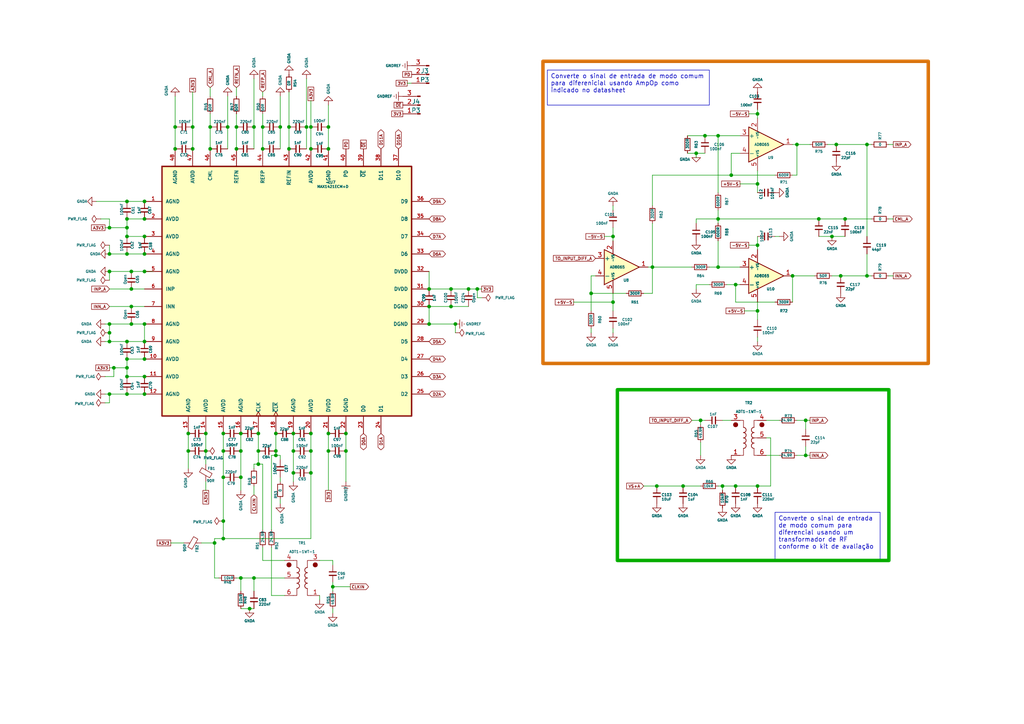
<source format=kicad_sch>
(kicad_sch (version 20231120) (generator "eeschema") (generator_version "8.0")
  (paper "A4")
  (lib_symbols
    (symbol "Amplifier_Operational:AD8065" (pin_names (offset 0.002))
      (property "Reference" "U?" (at 3.81 3.81 0))
      (property "Value" "AD8065" (at 1.27 0 0))
      (symbol "AD8065_1_1"
        (pin output line (at 10.16 0 180) (length 2.54) (name "~") (number "1"))
        (pin power_in line (at 0 -7.62 90) (length 3.81) (name "-VS") (number "2"))
        (pin input line (at -5.08 -2.54 0) (length 2.54) (name "+") (number "3"))
        (pin input line (at -5.08 2.54 0) (length 2.54) (name "-") (number "4"))
        (pin power_in line (at 0 7.62 270) (length 3.81) (name "+VS") (number "5"))
      )
    )
    (symbol "Analog_ADC:MAX1421ECM+D" (pin_names (offset 1.016))
      (property "Reference" "U10" (at 16.51 32.2327 0))
      (property "Value" "MAX1421ECM+D" (at 16.51 30.9627 0))
      (symbol "MAX1421ECM+D_0_0"
        (pin power_in line (at -38.1 26.67 0) (length 5.08) (name "AGND") (number "1"))
        (pin power_in line (at -38.1 -19.05 0) (length 5.08) (name "AVDD") (number "10"))
        (pin power_in line (at -38.1 -24.13 0) (length 5.08) (name "AVDD") (number "11"))
        (pin power_in line (at -38.1 -29.21 0) (length 5.08) (name "AGND") (number "12"))
        (pin power_in line (at -25.4 -40.64 90) (length 5.08) (name "AGND") (number "13"))
        (pin power_in line (at -20.32 -40.64 90) (length 5.08) (name "AVDD") (number "14"))
        (pin power_in line (at -15.24 -40.64 90) (length 5.08) (name "AVDD") (number "15"))
        (pin power_in line (at -10.16 -40.64 90) (length 5.08) (name "AGND") (number "16"))
        (pin input clock (at -5.08 -40.64 90) (length 5.08) (name "CLK") (number "17"))
        (pin input clock (at 0 -40.64 90) (length 5.08) (name "~{CLK}") (number "18"))
        (pin power_in line (at 5.08 -40.64 90) (length 5.08) (name "AGND") (number "19"))
        (pin power_in line (at -38.1 21.59 0) (length 5.08) (name "AVDD") (number "2"))
        (pin power_in line (at 10.16 -40.64 90) (length 5.08) (name "AVDD") (number "20"))
        (pin power_in line (at 15.24 -40.64 90) (length 5.08) (name "DVDD") (number "21"))
        (pin power_in line (at 20.32 -40.64 90) (length 5.08) (name "DGND") (number "22"))
        (pin output line (at 25.4 -40.64 90) (length 5.08) (name "D0") (number "23"))
        (pin output line (at 30.48 -40.64 90) (length 5.08) (name "D1") (number "24"))
        (pin output line (at 44.45 -29.21 180) (length 5.08) (name "D2") (number "25"))
        (pin output line (at 44.45 -24.13 180) (length 5.08) (name "D3") (number "26"))
        (pin output line (at 44.45 -19.05 180) (length 5.08) (name "D4") (number "27"))
        (pin output line (at 44.45 -13.97 180) (length 5.08) (name "D5") (number "28"))
        (pin power_in line (at 44.45 -8.89 180) (length 5.08) (name "DGND") (number "29"))
        (pin power_in line (at -38.1 16.51 0) (length 5.08) (name "AVDD") (number "3"))
        (pin power_in line (at 44.45 -3.81 180) (length 5.08) (name "DGND") (number "30"))
        (pin power_in line (at 44.45 1.27 180) (length 5.08) (name "DVDD") (number "31"))
        (pin power_in line (at 44.45 6.35 180) (length 5.08) (name "DVDD") (number "32"))
        (pin output line (at 44.45 11.43 180) (length 5.08) (name "D6") (number "33"))
        (pin output line (at 44.45 16.51 180) (length 5.08) (name "D7") (number "34"))
        (pin output line (at 44.45 21.59 180) (length 5.08) (name "D8") (number "35"))
        (pin output line (at 44.45 26.67 180) (length 5.08) (name "D9") (number "36"))
        (pin output line (at 35.56 41.91 270) (length 5.08) (name "D10") (number "37"))
        (pin output line (at 30.48 41.91 270) (length 5.08) (name "D11") (number "38"))
        (pin input line (at 25.4 41.91 270) (length 5.08) (name "~{OE}") (number "39"))
        (pin power_in line (at -38.1 11.43 0) (length 5.08) (name "AGND") (number "4"))
        (pin input line (at 20.32 41.91 270) (length 5.08) (name "PD") (number "40"))
        (pin power_in line (at 15.24 41.91 270) (length 5.08) (name "AGND") (number "41"))
        (pin power_in line (at 10.16 41.91 270) (length 5.08) (name "AVDD") (number "42"))
        (pin input line (at 3.81 41.91 270) (length 5.08) (name "REFIN") (number "43"))
        (pin input line (at -3.81 41.91 270) (length 5.08) (name "REFP") (number "44"))
        (pin input line (at -11.43 41.91 270) (length 5.08) (name "REFN") (number "45"))
        (pin input line (at -19.05 41.91 270) (length 5.08) (name "CML") (number "46"))
        (pin power_in line (at -24.13 41.91 270) (length 5.08) (name "AVDD") (number "47"))
        (pin power_in line (at -29.21 41.91 270) (length 5.08) (name "AGND") (number "48"))
        (pin power_in line (at -38.1 6.35 0) (length 5.08) (name "AGND") (number "5"))
        (pin input line (at -38.1 1.27 0) (length 5.08) (name "INP") (number "6"))
        (pin input line (at -38.1 -3.81 0) (length 5.08) (name "INN") (number "7"))
        (pin power_in line (at -38.1 -8.89 0) (length 5.08) (name "AGND") (number "8"))
        (pin power_in line (at -38.1 -13.97 0) (length 5.08) (name "AGND") (number "9"))
      )
    )
    (symbol "C_Small_1" (pin_numbers hide) (pin_names (offset 0.254) hide)
      (property "Reference" "C" (at 0.254 1.778 0))
      (property "Value" "C_Small" (at 0.254 -2.032 0))
      (symbol "C_Small_1_1_1"
        (pin passive line (at 0 2.54 270) (length 2.032) (name "~") (number "1"))
        (pin passive line (at 0 -2.54 90) (length 2.032) (name "~") (number "2"))
      )
    )
    (symbol "C_Small_11" (pin_numbers hide) (pin_names (offset 0.254) hide)
      (property "Reference" "C" (at 0.254 1.778 0))
      (property "Value" "C_Small" (at 0.254 -2.032 0))
      (symbol "C_Small_11_1_1"
        (pin passive line (at 0 2.54 270) (length 2.032) (name "~") (number "1"))
        (pin passive line (at 0 -2.54 90) (length 2.032) (name "~") (number "2"))
      )
    )
    (symbol "C_Small_12" (pin_numbers hide) (pin_names (offset 0.254) hide)
      (property "Reference" "C" (at 0.254 1.778 0))
      (property "Value" "C_Small" (at 0.254 -2.032 0))
      (symbol "C_Small_12_1_1"
        (pin passive line (at 0 2.54 270) (length 2.032) (name "~") (number "1"))
        (pin passive line (at 0 -2.54 90) (length 2.032) (name "~") (number "2"))
      )
    )
    (symbol "C_Small_13" (pin_numbers hide) (pin_names (offset 0.254) hide)
      (property "Reference" "C" (at 0.254 1.778 0))
      (property "Value" "C_Small" (at 0.254 -2.032 0))
      (symbol "C_Small_13_1_1"
        (pin passive line (at 0 2.54 270) (length 2.032) (name "~") (number "1"))
        (pin passive line (at 0 -2.54 90) (length 2.032) (name "~") (number "2"))
      )
    )
    (symbol "C_Small_14" (pin_numbers hide) (pin_names (offset 0.254) hide)
      (property "Reference" "C" (at 0.254 1.778 0))
      (property "Value" "C_Small" (at 0.254 -2.032 0))
      (symbol "C_Small_14_1_1"
        (pin passive line (at 0 2.54 270) (length 2.032) (name "~") (number "1"))
        (pin passive line (at 0 -2.54 90) (length 2.032) (name "~") (number "2"))
      )
    )
    (symbol "C_Small_15" (pin_numbers hide) (pin_names (offset 0.254) hide)
      (property "Reference" "C" (at 0.254 1.778 0))
      (property "Value" "C_Small" (at 0.254 -2.032 0))
      (symbol "C_Small_15_1_1"
        (pin passive line (at 0 2.54 270) (length 2.032) (name "~") (number "1"))
        (pin passive line (at 0 -2.54 90) (length 2.032) (name "~") (number "2"))
      )
    )
    (symbol "C_Small_16" (pin_numbers hide) (pin_names (offset 0.254) hide)
      (property "Reference" "C" (at 0.254 1.778 0))
      (property "Value" "C_Small" (at 0.254 -2.032 0))
      (symbol "C_Small_16_1_1"
        (pin passive line (at 0 2.54 270) (length 2.032) (name "~") (number "1"))
        (pin passive line (at 0 -2.54 90) (length 2.032) (name "~") (number "2"))
      )
    )
    (symbol "C_Small_17" (pin_numbers hide) (pin_names (offset 0.254) hide)
      (property "Reference" "C" (at 0.254 1.778 0))
      (property "Value" "C_Small" (at 0.254 -2.032 0))
      (symbol "C_Small_17_1_1"
        (pin passive line (at 0 2.54 270) (length 2.032) (name "~") (number "1"))
        (pin passive line (at 0 -2.54 90) (length 2.032) (name "~") (number "2"))
      )
    )
    (symbol "C_Small_18" (pin_numbers hide) (pin_names (offset 0.254) hide)
      (property "Reference" "C" (at 0.254 1.778 0))
      (property "Value" "C_Small" (at 0.254 -2.032 0))
      (symbol "C_Small_18_1_1"
        (pin passive line (at 0 2.54 270) (length 2.032) (name "~") (number "1"))
        (pin passive line (at 0 -2.54 90) (length 2.032) (name "~") (number "2"))
      )
    )
    (symbol "C_Small_19" (pin_numbers hide) (pin_names (offset 0.254) hide)
      (property "Reference" "C" (at 0.254 1.778 0))
      (property "Value" "C_Small" (at 0.254 -2.032 0))
      (symbol "C_Small_19_1_1"
        (pin passive line (at 0 2.54 270) (length 2.032) (name "~") (number "1"))
        (pin passive line (at 0 -2.54 90) (length 2.032) (name "~") (number "2"))
      )
    )
    (symbol "C_Small_2" (pin_numbers hide) (pin_names (offset 0.254) hide)
      (property "Reference" "C" (at 0.254 1.778 0))
      (property "Value" "C_Small" (at 0.254 -2.032 0))
      (symbol "C_Small_2_1_1"
        (pin passive line (at 0 2.54 270) (length 2.032) (name "~") (number "1"))
        (pin passive line (at 0 -2.54 90) (length 2.032) (name "~") (number "2"))
      )
    )
    (symbol "C_Small_20" (pin_numbers hide) (pin_names (offset 0.254) hide)
      (property "Reference" "C" (at 0.254 1.778 0))
      (property "Value" "C_Small" (at 0.254 -2.032 0))
      (symbol "C_Small_20_1_1"
        (pin passive line (at 0 2.54 270) (length 2.032) (name "~") (number "1"))
        (pin passive line (at 0 -2.54 90) (length 2.032) (name "~") (number "2"))
      )
    )
    (symbol "C_Small_21" (pin_numbers hide) (pin_names (offset 0.254) hide)
      (property "Reference" "C" (at 0.254 1.778 0))
      (property "Value" "C_Small" (at 0.254 -2.032 0))
      (symbol "C_Small_21_1_1"
        (pin passive line (at 0 2.54 270) (length 2.032) (name "~") (number "1"))
        (pin passive line (at 0 -2.54 90) (length 2.032) (name "~") (number "2"))
      )
    )
    (symbol "C_Small_22" (pin_numbers hide) (pin_names (offset 0.254) hide)
      (property "Reference" "C" (at 0.254 1.778 0))
      (property "Value" "C_Small" (at 0.254 -2.032 0))
      (symbol "C_Small_22_1_1"
        (pin passive line (at 0 2.54 270) (length 2.032) (name "~") (number "1"))
        (pin passive line (at 0 -2.54 90) (length 2.032) (name "~") (number "2"))
      )
    )
    (symbol "C_Small_23" (pin_numbers hide) (pin_names (offset 0.254) hide)
      (property "Reference" "C" (at 0.254 1.778 0))
      (property "Value" "C_Small" (at 0.254 -2.032 0))
      (symbol "C_Small_23_1_1"
        (pin passive line (at 0 2.54 270) (length 2.032) (name "~") (number "1"))
        (pin passive line (at 0 -2.54 90) (length 2.032) (name "~") (number "2"))
      )
    )
    (symbol "C_Small_24" (pin_numbers hide) (pin_names (offset 0.254) hide)
      (property "Reference" "C" (at 0.254 1.778 0))
      (property "Value" "C_Small" (at 0.254 -2.032 0))
      (symbol "C_Small_24_1_1"
        (pin passive line (at 0 2.54 270) (length 2.032) (name "~") (number "1"))
        (pin passive line (at 0 -2.54 90) (length 2.032) (name "~") (number "2"))
      )
    )
    (symbol "C_Small_25" (pin_numbers hide) (pin_names (offset 0.254) hide)
      (property "Reference" "C" (at 0.254 1.778 0))
      (property "Value" "C_Small" (at 0.254 -2.032 0))
      (symbol "C_Small_25_1_1"
        (pin passive line (at 0 2.54 270) (length 2.032) (name "~") (number "1"))
        (pin passive line (at 0 -2.54 90) (length 2.032) (name "~") (number "2"))
      )
    )
    (symbol "C_Small_26" (pin_numbers hide) (pin_names (offset 0.254) hide)
      (property "Reference" "C" (at 0.254 1.778 0))
      (property "Value" "C_Small" (at 0.254 -2.032 0))
      (symbol "C_Small_26_1_1"
        (pin passive line (at 0 2.54 270) (length 2.032) (name "~") (number "1"))
        (pin passive line (at 0 -2.54 90) (length 2.032) (name "~") (number "2"))
      )
    )
    (symbol "C_Small_27" (pin_numbers hide) (pin_names (offset 0.254) hide)
      (property "Reference" "C" (at 0.254 1.778 0))
      (property "Value" "C_Small" (at 0.254 -2.032 0))
      (symbol "C_Small_27_1_1"
        (pin passive line (at 0 2.54 270) (length 2.032) (name "~") (number "1"))
        (pin passive line (at 0 -2.54 90) (length 2.032) (name "~") (number "2"))
      )
    )
    (symbol "C_Small_28" (pin_numbers hide) (pin_names (offset 0.254) hide)
      (property "Reference" "C" (at 0.254 1.778 0))
      (property "Value" "C_Small" (at 0.254 -2.032 0))
      (symbol "C_Small_28_1_1"
        (pin passive line (at 0 2.54 270) (length 2.032) (name "~") (number "1"))
        (pin passive line (at 0 -2.54 90) (length 2.032) (name "~") (number "2"))
      )
    )
    (symbol "C_Small_29" (pin_numbers hide) (pin_names (offset 0.254) hide)
      (property "Reference" "C" (at 0.254 1.778 0))
      (property "Value" "C_Small" (at 0.254 -2.032 0))
      (symbol "C_Small_29_1_1"
        (pin passive line (at 0 2.54 270) (length 2.032) (name "~") (number "1"))
        (pin passive line (at 0 -2.54 90) (length 2.032) (name "~") (number "2"))
      )
    )
    (symbol "C_Small_3" (pin_numbers hide) (pin_names (offset 0.254) hide)
      (property "Reference" "C" (at 0.254 1.778 0))
      (property "Value" "C_Small" (at 0.254 -2.032 0))
      (symbol "C_Small_3_1_1"
        (pin passive line (at 0 2.54 270) (length 2.032) (name "~") (number "1"))
        (pin passive line (at 0 -2.54 90) (length 2.032) (name "~") (number "2"))
      )
    )
    (symbol "C_Small_30" (pin_numbers hide) (pin_names (offset 0.254) hide)
      (property "Reference" "C" (at 0.254 1.778 0))
      (property "Value" "C_Small" (at 0.254 -2.032 0))
      (symbol "C_Small_30_1_1"
        (pin passive line (at 0 2.54 270) (length 2.032) (name "~") (number "1"))
        (pin passive line (at 0 -2.54 90) (length 2.032) (name "~") (number "2"))
      )
    )
    (symbol "C_Small_31" (pin_numbers hide) (pin_names (offset 0.254) hide)
      (property "Reference" "C" (at 0.254 1.778 0))
      (property "Value" "C_Small" (at 0.254 -2.032 0))
      (symbol "C_Small_31_1_1"
        (pin passive line (at 0 2.54 270) (length 2.032) (name "~") (number "1"))
        (pin passive line (at 0 -2.54 90) (length 2.032) (name "~") (number "2"))
      )
    )
    (symbol "C_Small_32" (pin_numbers hide) (pin_names (offset 0.254) hide)
      (property "Reference" "C" (at 0.254 1.778 0))
      (property "Value" "C_Small" (at 0.254 -2.032 0))
      (symbol "C_Small_32_1_1"
        (pin passive line (at 0 2.54 270) (length 2.032) (name "~") (number "1"))
        (pin passive line (at 0 -2.54 90) (length 2.032) (name "~") (number "2"))
      )
    )
    (symbol "C_Small_33" (pin_numbers hide) (pin_names (offset 0.254) hide)
      (property "Reference" "C" (at 0.254 1.778 0))
      (property "Value" "C_Small" (at 0.254 -2.032 0))
      (symbol "C_Small_33_1_1"
        (pin passive line (at 0 2.54 270) (length 2.032) (name "~") (number "1"))
        (pin passive line (at 0 -2.54 90) (length 2.032) (name "~") (number "2"))
      )
    )
    (symbol "C_Small_34" (pin_numbers hide) (pin_names (offset 0.254) hide)
      (property "Reference" "C" (at 0.254 1.778 0))
      (property "Value" "C_Small" (at 0.254 -2.032 0))
      (symbol "C_Small_34_1_1"
        (pin passive line (at 0 2.54 270) (length 2.032) (name "~") (number "1"))
        (pin passive line (at 0 -2.54 90) (length 2.032) (name "~") (number "2"))
      )
    )
    (symbol "C_Small_35" (pin_numbers hide) (pin_names (offset 0.254) hide)
      (property "Reference" "C" (at 0.254 1.778 0))
      (property "Value" "C_Small" (at 0.254 -2.032 0))
      (symbol "C_Small_35_1_1"
        (pin passive line (at 0 2.54 270) (length 2.032) (name "~") (number "1"))
        (pin passive line (at 0 -2.54 90) (length 2.032) (name "~") (number "2"))
      )
    )
    (symbol "C_Small_36" (pin_numbers hide) (pin_names (offset 0.254) hide)
      (property "Reference" "C" (at 0.254 1.778 0))
      (property "Value" "C_Small" (at 0.254 -2.032 0))
      (symbol "C_Small_36_1_1"
        (pin passive line (at 0 2.54 270) (length 2.032) (name "~") (number "1"))
        (pin passive line (at 0 -2.54 90) (length 2.032) (name "~") (number "2"))
      )
    )
    (symbol "C_Small_38" (pin_numbers hide) (pin_names (offset 0.254) hide)
      (property "Reference" "C" (at 0.254 1.778 0))
      (property "Value" "C_Small" (at 0.254 -2.032 0))
      (symbol "C_Small_38_1_1"
        (pin passive line (at 0 2.54 270) (length 2.032) (name "~") (number "1"))
        (pin passive line (at 0 -2.54 90) (length 2.032) (name "~") (number "2"))
      )
    )
    (symbol "C_Small_39" (pin_numbers hide) (pin_names (offset 0.254) hide)
      (property "Reference" "C" (at 0.254 1.778 0))
      (property "Value" "C_Small" (at 0.254 -2.032 0))
      (symbol "C_Small_39_1_1"
        (pin passive line (at 0 2.54 270) (length 2.032) (name "~") (number "1"))
        (pin passive line (at 0 -2.54 90) (length 2.032) (name "~") (number "2"))
      )
    )
    (symbol "C_Small_4" (pin_numbers hide) (pin_names (offset 0.254) hide)
      (property "Reference" "C" (at 0.254 1.778 0))
      (property "Value" "C_Small" (at 0.254 -2.032 0))
      (symbol "C_Small_4_1_1"
        (pin passive line (at 0 2.54 270) (length 2.032) (name "~") (number "1"))
        (pin passive line (at 0 -2.54 90) (length 2.032) (name "~") (number "2"))
      )
    )
    (symbol "C_Small_40" (pin_numbers hide) (pin_names (offset 0.254) hide)
      (property "Reference" "C" (at 0.254 1.778 0))
      (property "Value" "C_Small" (at 0.254 -2.032 0))
      (symbol "C_Small_40_1_1"
        (pin passive line (at 0 2.54 270) (length 2.032) (name "~") (number "1"))
        (pin passive line (at 0 -2.54 90) (length 2.032) (name "~") (number "2"))
      )
    )
    (symbol "C_Small_41" (pin_numbers hide) (pin_names (offset 0.254) hide)
      (property "Reference" "C" (at 0.254 1.778 0))
      (property "Value" "C_Small" (at 0.254 -2.032 0))
      (symbol "C_Small_41_1_1"
        (pin passive line (at 0 2.54 270) (length 2.032) (name "~") (number "1"))
        (pin passive line (at 0 -2.54 90) (length 2.032) (name "~") (number "2"))
      )
    )
    (symbol "C_Small_42" (pin_numbers hide) (pin_names (offset 0.254) hide)
      (property "Reference" "C" (at 0.254 1.778 0))
      (property "Value" "C_Small" (at 0.254 -2.032 0))
      (symbol "C_Small_42_1_1"
        (pin passive line (at 0 2.54 270) (length 2.032) (name "~") (number "1"))
        (pin passive line (at 0 -2.54 90) (length 2.032) (name "~") (number "2"))
      )
    )
    (symbol "C_Small_44" (pin_numbers hide) (pin_names (offset 0.254) hide)
      (property "Reference" "C" (at 0.254 1.778 0))
      (property "Value" "C_Small" (at 0.254 -2.032 0))
      (symbol "C_Small_44_1_1"
        (pin passive line (at 0 2.54 270) (length 2.032) (name "~") (number "1"))
        (pin passive line (at 0 -2.54 90) (length 2.032) (name "~") (number "2"))
      )
    )
    (symbol "C_Small_45" (pin_numbers hide) (pin_names (offset 0.254) hide)
      (property "Reference" "C" (at 0.254 1.778 0))
      (property "Value" "C_Small" (at 0.254 -2.032 0))
      (symbol "C_Small_45_1_1"
        (pin passive line (at 0 2.54 270) (length 2.032) (name "~") (number "1"))
        (pin passive line (at 0 -2.54 90) (length 2.032) (name "~") (number "2"))
      )
    )
    (symbol "C_Small_5" (pin_numbers hide) (pin_names (offset 0.254) hide)
      (property "Reference" "C" (at 0.254 1.778 0))
      (property "Value" "C_Small" (at 0.254 -2.032 0))
      (symbol "C_Small_5_1_1"
        (pin passive line (at 0 2.54 270) (length 2.032) (name "~") (number "1"))
        (pin passive line (at 0 -2.54 90) (length 2.032) (name "~") (number "2"))
      )
    )
    (symbol "C_Small_6" (pin_numbers hide) (pin_names (offset 0.254) hide)
      (property "Reference" "C" (at 0.254 1.778 0))
      (property "Value" "C_Small" (at 0.254 -2.032 0))
      (symbol "C_Small_6_1_1"
        (pin passive line (at 0 2.54 270) (length 2.032) (name "~") (number "1"))
        (pin passive line (at 0 -2.54 90) (length 2.032) (name "~") (number "2"))
      )
    )
    (symbol "C_Small_7" (pin_numbers hide) (pin_names (offset 0.254) hide)
      (property "Reference" "C" (at 0.254 1.778 0))
      (property "Value" "C_Small" (at 0.254 -2.032 0))
      (symbol "C_Small_7_1_1"
        (pin passive line (at 0 2.54 270) (length 2.032) (name "~") (number "1"))
        (pin passive line (at 0 -2.54 90) (length 2.032) (name "~") (number "2"))
      )
    )
    (symbol "C_Small_8" (pin_numbers hide) (pin_names (offset 0.254) hide)
      (property "Reference" "C" (at 0.254 1.778 0))
      (property "Value" "C_Small" (at 0.254 -2.032 0))
      (symbol "C_Small_8_1_1"
        (pin passive line (at 0 2.54 270) (length 2.032) (name "~") (number "1"))
        (pin passive line (at 0 -2.54 90) (length 2.032) (name "~") (number "2"))
      )
    )
    (symbol "C_Small_9" (pin_numbers hide) (pin_names (offset 0.254) hide)
      (property "Reference" "C" (at 0.254 1.778 0))
      (property "Value" "C_Small" (at 0.254 -2.032 0))
      (symbol "C_Small_9_1_1"
        (pin passive line (at 0 2.54 270) (length 2.032) (name "~") (number "1"))
        (pin passive line (at 0 -2.54 90) (length 2.032) (name "~") (number "2"))
      )
    )
    (symbol "Connector:Conn_01x03_Pin" (pin_names (offset 1.016) hide)
      (property "Reference" "J" (at 0 5.08 0))
      (property "Value" "Conn_01x03_Pin" (at 0 -5.08 0))
      (symbol "Conn_01x03_Pin_1_1"
        (pin passive line (at 5.08 2.54 180) (length 3.81) (name "Pin_1") (number "1"))
        (pin passive line (at 5.08 0 180) (length 3.81) (name "Pin_2") (number "2"))
        (pin passive line (at 5.08 -2.54 180) (length 3.81) (name "Pin_3") (number "3"))
      )
    )
    (symbol "Device:C_Small" (pin_numbers hide) (pin_names (offset 0.254) hide)
      (property "Reference" "C" (at 0.254 1.778 0))
      (property "Value" "C_Small" (at 0.254 -2.032 0))
      (symbol "C_Small_1_1"
        (pin passive line (at 0 2.54 270) (length 2.032) (name "~") (number "1"))
        (pin passive line (at 0 -2.54 90) (length 2.032) (name "~") (number "2"))
      )
    )
    (symbol "Device:FerriteBead_Small" (pin_numbers hide) (pin_names (offset 0))
      (property "Reference" "FB" (at 1.905 1.27 0))
      (property "Value" "FerriteBead_Small" (at 1.905 -1.27 0))
      (symbol "FerriteBead_Small_1_1"
        (pin passive line (at 0 2.54 270) (length 1.27) (name "~") (number "1"))
        (pin passive line (at 0 -2.54 90) (length 1.27) (name "~") (number "2"))
      )
    )
    (symbol "Device:R_Small" (pin_numbers hide) (pin_names (offset 0.254) hide)
      (property "Reference" "R" (at 0.762 0.508 0))
      (property "Value" "R_Small" (at 0.762 -1.016 0))
      (symbol "R_Small_1_1"
        (pin passive line (at 0 2.54 270) (length 0.762) (name "~") (number "1"))
        (pin passive line (at 0 -2.54 90) (length 0.762) (name "~") (number "2"))
      )
    )
    (symbol "GNDA_1" (power) (pin_names (offset 0))
      (property "Value" "GNDA" (at 0 -3.81 0))
      (symbol "GNDA_1_1_1"
        (pin power_in line (at 0 0 270) (length 0) hide (name "GNDA") (number "1"))
      )
    )
    (symbol "GNDA_10" (power) (pin_names (offset 0))
      (property "Value" "GNDA" (at 0 -3.81 0))
      (symbol "GNDA_10_1_1"
        (pin power_in line (at 0 0 270) (length 0) hide (name "GNDA") (number "1"))
      )
    )
    (symbol "GNDA_11" (power) (pin_names (offset 0))
      (property "Value" "GNDA" (at 0 -3.81 0))
      (symbol "GNDA_11_1_1"
        (pin power_in line (at 0 0 270) (length 0) hide (name "GNDA") (number "1"))
      )
    )
    (symbol "GNDA_14" (power) (pin_names (offset 0))
      (property "Value" "GNDA" (at 0 -3.81 0))
      (symbol "GNDA_14_1_1"
        (pin power_in line (at 0 0 270) (length 0) hide (name "GNDA") (number "1"))
      )
    )
    (symbol "GNDA_15" (power) (pin_names (offset 0))
      (property "Value" "GNDA" (at 0 -3.81 0))
      (symbol "GNDA_15_1_1"
        (pin power_in line (at 0 0 270) (length 0) hide (name "GNDA") (number "1"))
      )
    )
    (symbol "GNDA_17" (power) (pin_names (offset 0))
      (property "Value" "GNDA" (at 0 -3.81 0))
      (symbol "GNDA_17_1_1"
        (pin power_in line (at 0 0 270) (length 0) hide (name "GNDA") (number "1"))
      )
    )
    (symbol "GNDA_18" (power) (pin_names (offset 0))
      (property "Value" "GNDA" (at 0 -3.81 0))
      (symbol "GNDA_18_1_1"
        (pin power_in line (at 0 0 270) (length 0) hide (name "GNDA") (number "1"))
      )
    )
    (symbol "GNDA_20" (power) (pin_names (offset 0))
      (property "Value" "GNDA" (at 0 -3.81 0))
      (symbol "GNDA_20_1_1"
        (pin power_in line (at 0 0 270) (length 0) hide (name "GNDA") (number "1"))
      )
    )
    (symbol "GNDA_23" (power) (pin_names (offset 0))
      (property "Value" "GNDA" (at 0 -3.81 0))
      (symbol "GNDA_23_1_1"
        (pin power_in line (at 0 0 270) (length 0) hide (name "GNDA") (number "1"))
      )
    )
    (symbol "GNDA_24" (power) (pin_names (offset 0))
      (property "Value" "GNDA" (at 0 -3.81 0))
      (symbol "GNDA_24_1_1"
        (pin power_in line (at 0 0 270) (length 0) hide (name "GNDA") (number "1"))
      )
    )
    (symbol "GNDA_25" (power) (pin_names (offset 0))
      (property "Value" "GNDA" (at 0 -3.81 0))
      (symbol "GNDA_25_1_1"
        (pin power_in line (at 0 0 270) (length 0) hide (name "GNDA") (number "1"))
      )
    )
    (symbol "GNDA_26" (power) (pin_names (offset 0))
      (property "Value" "GNDA" (at 0 -3.81 0))
      (symbol "GNDA_26_1_1"
        (pin power_in line (at 0 0 270) (length 0) hide (name "GNDA") (number "1"))
      )
    )
    (symbol "GNDA_27" (power) (pin_names (offset 0))
      (property "Value" "GNDA" (at 0 -3.81 0))
      (symbol "GNDA_27_1_1"
        (pin power_in line (at 0 0 270) (length 0) hide (name "GNDA") (number "1"))
      )
    )
    (symbol "GNDA_29" (power) (pin_names (offset 0))
      (property "Value" "GNDA" (at 0 -3.81 0))
      (symbol "GNDA_29_1_1"
        (pin power_in line (at 0 0 270) (length 0) hide (name "GNDA") (number "1"))
      )
    )
    (symbol "GNDA_3" (power) (pin_names (offset 0))
      (property "Value" "GNDA" (at 0 -3.81 0))
      (symbol "GNDA_3_1_1"
        (pin power_in line (at 0 0 270) (length 0) hide (name "GNDA") (number "1"))
      )
    )
    (symbol "GNDA_30" (power) (pin_names (offset 0))
      (property "Value" "GNDA" (at 0 -3.81 0))
      (symbol "GNDA_30_1_1"
        (pin power_in line (at 0 0 270) (length 0) hide (name "GNDA") (number "1"))
      )
    )
    (symbol "GNDA_32" (power) (pin_names (offset 0))
      (property "Value" "GNDA" (at 0 -3.81 0))
      (symbol "GNDA_32_1_1"
        (pin power_in line (at 0 0 270) (length 0) hide (name "GNDA") (number "1"))
      )
    )
    (symbol "GNDA_33" (power) (pin_names (offset 0))
      (property "Value" "GNDA" (at 0 -3.81 0))
      (symbol "GNDA_33_1_1"
        (pin power_in line (at 0 0 270) (length 0) hide (name "GNDA") (number "1"))
      )
    )
    (symbol "GNDA_34" (power) (pin_names (offset 0))
      (property "Value" "GNDA" (at 0 -3.81 0))
      (symbol "GNDA_34_1_1"
        (pin power_in line (at 0 0 270) (length 0) hide (name "GNDA") (number "1"))
      )
    )
    (symbol "GNDA_6" (power) (pin_names (offset 0))
      (property "Value" "GNDA" (at 0 -3.81 0))
      (symbol "GNDA_6_1_1"
        (pin power_in line (at 0 0 270) (length 0) hide (name "GNDA") (number "1"))
      )
    )
    (symbol "GNDA_7" (power) (pin_names (offset 0))
      (property "Value" "GNDA" (at 0 -3.81 0))
      (symbol "GNDA_7_1_1"
        (pin power_in line (at 0 0 270) (length 0) hide (name "GNDA") (number "1"))
      )
    )
    (symbol "GNDA_8" (power) (pin_names (offset 0))
      (property "Value" "GNDA" (at 0 -3.81 0))
      (symbol "GNDA_8_1_1"
        (pin power_in line (at 0 0 270) (length 0) hide (name "GNDA") (number "1"))
      )
    )
    (symbol "GNDA_9" (power) (pin_names (offset 0))
      (property "Value" "GNDA" (at 0 -3.81 0))
      (symbol "GNDA_9_1_1"
        (pin power_in line (at 0 0 270) (length 0) hide (name "GNDA") (number "1"))
      )
    )
    (symbol "GNDREF_1" (power) (pin_names (offset 0))
      (property "Value" "GNDREF" (at 0 -3.81 0))
      (symbol "GNDREF_1_1_1"
        (pin power_in line (at 0 0 270) (length 0) hide (name "GNDREF") (number "1"))
      )
    )
    (symbol "GNDREF_2" (power) (pin_names (offset 0))
      (property "Value" "GNDREF" (at 0 -3.81 0))
      (symbol "GNDREF_2_1_1"
        (pin power_in line (at 0 0 270) (length 0) hide (name "GNDREF") (number "1"))
      )
    )
    (symbol "PWR_FLAG_1" (power) (pin_numbers hide) (pin_names (offset 0) hide)
      (property "Value" "PWR_FLAG" (at 0 3.81 0))
      (symbol "PWR_FLAG_1_0_0"
        (pin power_out line (at 0 0 90) (length 0) (name "pwr") (number "1"))
      )
    )
    (symbol "PWR_FLAG_2" (power) (pin_numbers hide) (pin_names (offset 0) hide)
      (property "Value" "PWR_FLAG" (at 0 3.81 0))
      (symbol "PWR_FLAG_2_0_0"
        (pin power_out line (at 0 0 90) (length 0) (name "pwr") (number "1"))
      )
    )
    (symbol "Transformer:ADT1-1WT-1" (pin_names hide)
      (property "Reference" "TR" (at 0 6.35 0))
      (property "Value" "ADT1-1WT-1" (at 0 -6.985 0))
      (symbol "ADT1-1WT-1_1_1"
        (pin passive line (at -5.08 -5.08 0) (length 2.54) (name "~") (number "1"))
        (pin no_connect line (at -2.54 0 0) (length 2.54) hide (name "~") (number "2"))
        (pin passive line (at -5.08 5.08 0) (length 2.54) (name "~") (number "3"))
        (pin passive line (at 5.08 5.08 180) (length 2.54) (name "~") (number "4"))
        (pin passive line (at 5.08 0 180) (length 2.54) (name "~") (number "5"))
        (pin passive line (at 5.08 -5.08 180) (length 2.54) (name "~") (number "6"))
      )
    )
    (symbol "power:GNDA" (power) (pin_names (offset 0))
      (property "Value" "GNDA" (at 0 -3.81 0))
      (symbol "GNDA_1_1"
        (pin power_in line (at 0 0 270) (length 0) hide (name "GNDA") (number "1"))
      )
    )
    (symbol "power:GNDREF" (power) (pin_names (offset 0))
      (property "Value" "GNDREF" (at 0 -3.81 0))
      (symbol "GNDREF_1_1"
        (pin power_in line (at 0 0 270) (length 0) hide (name "GNDREF") (number "1"))
      )
    )
    (symbol "power:PWR_FLAG" (power) (pin_numbers hide) (pin_names (offset 0) hide)
      (property "Value" "PWR_FLAG" (at 0 3.81 0))
      (symbol "PWR_FLAG_0_0"
        (pin power_out line (at 0 0 90) (length 0) (name "pwr") (number "1"))
      )
    )
  )
  (junction (at 95.25 125.73))
  (junction (at 80.01 130.81))
  (junction (at 85.09 125.73))
  (junction (at 74.93 125.73))
  (junction (at 88.9 36.83))
  (junction (at 41.91 78.74))
  (junction (at 241.3 68.58))
  (junction (at 55.88 43.18))
  (junction (at 212.09 50.8))
  (junction (at 41.91 73.66))
  (junction (at 213.36 140.97))
  (junction (at 245.11 63.5))
  (junction (at 36.83 66.04))
  (junction (at 60.96 43.18))
  (junction (at 69.85 138.43))
  (junction (at 41.91 109.22))
  (junction (at 69.85 125.73))
  (junction (at 41.91 68.58))
  (junction (at 31.75 78.74))
  (junction (at 59.69 130.81))
  (junction (at 36.83 68.58))
  (junction (at 36.83 109.22))
  (junction (at 60.96 36.83))
  (junction (at 62.23 157.48))
  (junction (at 73.66 167.64))
  (junction (at 36.83 114.3))
  (junction (at 171.45 85.09))
  (junction (at 64.77 138.43))
  (junction (at 90.17 43.18))
  (junction (at 66.04 36.83))
  (junction (at 219.71 71.12))
  (junction (at 130.81 88.9))
  (junction (at 135.89 83.82))
  (junction (at 208.28 39.37))
  (junction (at 54.61 125.73))
  (junction (at 132.08 93.98))
  (junction (at 31.75 114.3))
  (junction (at 41.91 104.14))
  (junction (at 38.1 78.74))
  (junction (at 251.46 41.91))
  (junction (at 80.01 132.08))
  (junction (at 80.01 125.73))
  (junction (at 219.71 140.97))
  (junction (at 233.68 121.92))
  (junction (at 68.58 43.18))
  (junction (at 41.91 63.5))
  (junction (at 83.82 36.83))
  (junction (at 130.81 83.82))
  (junction (at 31.75 73.66))
  (junction (at 41.91 99.06))
  (junction (at 31.75 99.06))
  (junction (at 64.77 156.21))
  (junction (at 242.57 41.91))
  (junction (at 213.36 82.55))
  (junction (at 237.49 63.5))
  (junction (at 31.75 93.98))
  (junction (at 124.46 83.82))
  (junction (at 38.1 88.9))
  (junction (at 74.93 130.81))
  (junction (at 36.83 99.06))
  (junction (at 219.71 53.34))
  (junction (at 90.17 125.73))
  (junction (at 64.77 125.73))
  (junction (at 73.66 36.83))
  (junction (at 41.91 114.3))
  (junction (at 96.52 170.18))
  (junction (at 76.2 36.83))
  (junction (at 219.71 33.02))
  (junction (at 85.09 137.16))
  (junction (at 100.33 125.73))
  (junction (at 95.25 130.81))
  (junction (at 38.1 83.82))
  (junction (at 190.5 140.97))
  (junction (at 231.14 41.91))
  (junction (at 41.91 93.98))
  (junction (at 76.2 43.18))
  (junction (at 100.33 130.81))
  (junction (at 64.77 130.81))
  (junction (at 177.8 87.63))
  (junction (at 229.87 80.01))
  (junction (at 69.85 130.81))
  (junction (at 219.71 90.17))
  (junction (at 36.83 106.68))
  (junction (at 189.23 77.47))
  (junction (at 201.93 44.45))
  (junction (at 90.17 137.16))
  (junction (at 204.47 39.37))
  (junction (at 69.85 167.64))
  (junction (at 64.77 151.13))
  (junction (at 177.8 68.58))
  (junction (at 81.28 36.83))
  (junction (at 59.69 125.73))
  (junction (at 198.12 140.97))
  (junction (at 31.75 66.04))
  (junction (at 124.46 88.9))
  (junction (at 72.39 176.53))
  (junction (at 209.55 140.97))
  (junction (at 85.09 130.81))
  (junction (at 138.43 83.82))
  (junction (at 50.8 43.18))
  (junction (at 38.1 93.98))
  (junction (at 74.93 134.62))
  (junction (at 203.2 121.92))
  (junction (at 243.84 80.01))
  (junction (at 95.25 43.18))
  (junction (at 233.68 132.08))
  (junction (at 208.28 77.47))
  (junction (at 124.46 93.98))
  (junction (at 68.58 36.83))
  (junction (at 36.83 63.5))
  (junction (at 208.28 63.5))
  (junction (at 90.17 130.81))
  (junction (at 41.91 58.42))
  (junction (at 251.46 80.01))
  (junction (at 36.83 58.42))
  (junction (at 31.75 96.52))
  (junction (at 33.02 106.68))
  (junction (at 54.61 130.81))
  (junction (at 36.83 104.14))
  (junction (at 36.83 73.66))
  (junction (at 55.88 36.83))
  (junction (at 90.17 36.83))
  (junction (at 95.25 36.83))
  (junction (at 50.8 36.83))
  (junction (at 83.82 43.18))
  (wire (pts (xy 231.14 41.91) (xy 234.95 41.91)))
  (wire (pts (xy 171.45 96.52) (xy 171.45 95.25)))
  (wire (pts (xy 223.52 127) (xy 222.25 127)))
  (wire (pts (xy 213.36 87.63) (xy 224.79 87.63)))
  (wire (pts (xy 68.58 36.83) (xy 68.58 43.18)))
  (wire (pts (xy 96.52 171.45) (xy 96.52 170.18)))
  (wire (pts (xy 198.12 140.97) (xy 203.2 140.97)))
  (wire (pts (xy 27.94 58.42) (xy 36.83 58.42)))
  (wire (pts (xy 226.06 132.08) (xy 222.25 132.08)))
  (wire (pts (xy 243.84 80.01) (xy 251.46 80.01)))
  (wire (pts (xy 55.88 26.67) (xy 55.88 36.83)))
  (wire (pts (xy 96.52 170.18) (xy 96.52 168.91)))
  (wire (pts (xy 100.33 125.73) (xy 100.33 130.81)))
  (wire (pts (xy 31.75 63.5) (xy 31.75 66.04)))
  (wire (pts (xy 96.52 162.56) (xy 96.52 163.83)))
  (wire (pts (xy 38.1 88.9) (xy 41.91 88.9)))
  (wire (pts (xy 73.66 22.86) (xy 73.66 36.83)))
  (wire (pts (xy 81.28 36.83) (xy 81.28 43.18)))
  (wire (pts (xy 69.85 167.64) (xy 73.66 167.64)))
  (wire (pts (xy 31.75 106.68) (xy 33.02 106.68)))
  (wire (pts (xy 90.17 36.83) (xy 90.17 43.18)))
  (wire (pts (xy 83.82 36.83) (xy 83.82 43.18)))
  (wire (pts (xy 229.87 80.01) (xy 236.22 80.01)))
  (wire (pts (xy 30.48 114.3) (xy 31.75 114.3)))
  (wire (pts (xy 49.53 157.48) (xy 53.34 157.48)))
  (wire (pts (xy 85.09 125.73) (xy 85.09 130.81)))
  (wire (pts (xy 31.75 66.04) (xy 36.83 66.04)))
  (wire (pts (xy 90.17 29.21) (xy 90.17 36.83)))
  (wire (pts (xy 229.87 80.01) (xy 229.87 87.63)))
  (wire (pts (xy 74.93 134.62) (xy 74.93 130.81)))
  (wire (pts (xy 36.83 73.66) (xy 41.91 73.66)))
  (wire (pts (xy 219.71 87.63) (xy 219.71 90.17)))
  (wire (pts (xy 36.83 66.04) (xy 36.83 68.58)))
  (wire (pts (xy 177.8 66.04) (xy 177.8 68.58)))
  (wire (pts (xy 81.28 132.08) (xy 81.28 133.35)))
  (wire (pts (xy 213.36 140.97) (xy 219.71 140.97)))
  (wire (pts (xy 92.71 162.56) (xy 96.52 162.56)))
  (wire (pts (xy 177.8 85.09) (xy 177.8 87.63)))
  (wire (pts (xy 223.52 140.97) (xy 219.71 140.97)))
  (wire (pts (xy 30.48 66.04) (xy 31.75 66.04)))
  (wire (pts (xy 78.74 132.08) (xy 78.74 153.67)))
  (wire (pts (xy 76.2 36.83) (xy 76.2 43.18)))
  (wire (pts (xy 209.55 142.24) (xy 209.55 140.97)))
  (wire (pts (xy 138.43 83.82) (xy 139.7 83.82)))
  (wire (pts (xy 80.01 130.81) (xy 80.01 125.73)))
  (wire (pts (xy 66.04 36.83) (xy 66.04 43.18)))
  (wire (pts (xy 31.75 83.82) (xy 38.1 83.82)))
  (wire (pts (xy 31.75 114.3) (xy 36.83 114.3)))
  (wire (pts (xy 189.23 77.47) (xy 187.96 77.47)))
  (wire (pts (xy 177.8 68.58) (xy 177.8 69.85)))
  (wire (pts (xy 38.1 83.82) (xy 41.91 83.82)))
  (wire (pts (xy 59.69 130.81) (xy 59.69 134.62)))
  (wire (pts (xy 203.2 121.92) (xy 204.47 121.92)))
  (wire (pts (xy 171.45 85.09) (xy 181.61 85.09)))
  (wire (pts (xy 78.74 172.72) (xy 82.55 172.72)))
  (wire (pts (xy 130.81 83.82) (xy 135.89 83.82)))
  (wire (pts (xy 59.69 139.7) (xy 59.69 142.24)))
  (wire (pts (xy 62.23 157.48) (xy 62.23 156.21)))
  (wire (pts (xy 69.85 171.45) (xy 69.85 167.64)))
  (wire (pts (xy 208.28 63.5) (xy 208.28 64.77)))
  (wire (pts (xy 41.91 93.98) (xy 41.91 99.06)))
  (wire (pts (xy 73.66 140.97) (xy 73.66 143.51)))
  (wire (pts (xy 209.55 121.92) (xy 212.09 121.92)))
  (wire (pts (xy 208.28 39.37) (xy 214.63 39.37)))
  (wire (pts (xy 59.69 125.73) (xy 59.69 130.81)))
  (wire (pts (xy 233.68 129.54) (xy 233.68 132.08)))
  (wire (pts (xy 208.28 60.96) (xy 208.28 63.5)))
  (wire (pts (xy 189.23 50.8) (xy 212.09 50.8)))
  (wire (pts (xy 72.39 176.53) (xy 73.66 176.53)))
  (wire (pts (xy 31.75 88.9) (xy 38.1 88.9)))
  (wire (pts (xy 90.17 125.73) (xy 90.17 130.81)))
  (wire (pts (xy 177.8 87.63) (xy 177.8 90.17)))
  (wire (pts (xy 80.01 132.08) (xy 80.01 130.81)))
  (wire (pts (xy 64.77 156.21) (xy 90.17 156.21)))
  (wire (pts (xy 233.68 121.92) (xy 233.68 124.46)))
  (wire (pts (xy 38.1 78.74) (xy 41.91 78.74)))
  (wire (pts (xy 90.17 130.81) (xy 90.17 137.16)))
  (wire (pts (xy 124.46 78.74) (xy 124.46 83.82)))
  (wire (pts (xy 76.2 26.67) (xy 76.2 27.94)))
  (wire (pts (xy 36.83 109.22) (xy 41.91 109.22)))
  (wire (pts (xy 31.75 71.12) (xy 31.75 73.66)))
  (wire (pts (xy 31.75 93.98) (xy 31.75 96.52)))
  (wire (pts (xy 81.28 27.94) (xy 81.28 36.83)))
  (wire (pts (xy 208.28 69.85) (xy 208.28 77.47)))
  (wire (pts (xy 205.74 82.55) (xy 201.93 82.55)))
  (wire (pts (xy 223.52 127) (xy 223.52 140.97)))
  (wire (pts (xy 64.77 130.81) (xy 64.77 138.43)))
  (wire (pts (xy 166.37 87.63) (xy 177.8 87.63)))
  (wire (pts (xy 214.63 53.34) (xy 219.71 53.34)))
  (wire (pts (xy 242.57 41.91) (xy 251.46 41.91)))
  (wire (pts (xy 219.71 31.75) (xy 219.71 33.02)))
  (wire (pts (xy 76.2 134.62) (xy 74.93 134.62)))
  (wire (pts (xy 33.02 109.22) (xy 33.02 106.68)))
  (wire (pts (xy 31.75 96.52) (xy 31.75 99.06)))
  (wire (pts (xy 175.26 68.58) (xy 177.8 68.58)))
  (wire (pts (xy 31.75 78.74) (xy 31.75 81.28)))
  (wire (pts (xy 73.66 134.62) (xy 73.66 135.89)))
  (wire (pts (xy 60.96 33.02) (xy 60.96 36.83)))
  (wire (pts (xy 74.93 130.81) (xy 74.93 125.73)))
  (wire (pts (xy 208.28 39.37) (xy 208.28 55.88)))
  (wire (pts (xy 36.83 63.5) (xy 41.91 63.5)))
  (wire (pts (xy 82.55 167.64) (xy 73.66 167.64)))
  (wire (pts (xy 237.49 68.58) (xy 241.3 68.58)))
  (wire (pts (xy 212.09 44.45) (xy 212.09 50.8)))
  (wire (pts (xy 240.03 41.91) (xy 242.57 41.91)))
  (wire (pts (xy 88.9 22.86) (xy 88.9 36.83)))
  (wire (pts (xy 241.3 68.58) (xy 245.11 68.58)))
  (wire (pts (xy 200.66 121.92) (xy 203.2 121.92)))
  (wire (pts (xy 245.11 63.5) (xy 252.73 63.5)))
  (wire (pts (xy 234.95 132.08) (xy 233.68 132.08)))
  (wire (pts (xy 257.81 63.5) (xy 259.08 63.5)))
  (wire (pts (xy 68.58 167.64) (xy 69.85 167.64)))
  (wire (pts (xy 203.2 132.08) (xy 203.2 128.27)))
  (wire (pts (xy 171.45 85.09) (xy 171.45 90.17)))
  (wire (pts (xy 31.75 93.98) (xy 38.1 93.98)))
  (wire (pts (xy 41.91 78.74) (xy 44.45 78.74)))
  (wire (pts (xy 54.61 125.73) (xy 54.61 130.81)))
  (wire (pts (xy 92.71 173.99) (xy 92.71 172.72)))
  (wire (pts (xy 189.23 50.8) (xy 189.23 59.69)))
  (wire (pts (xy 36.83 106.68) (xy 36.83 104.14)))
  (wire (pts (xy 50.8 36.83) (xy 50.8 43.18)))
  (wire (pts (xy 199.39 39.37) (xy 204.47 39.37)))
  (wire (pts (xy 64.77 125.73) (xy 64.77 130.81)))
  (wire (pts (xy 210.82 82.55) (xy 213.36 82.55)))
  (wire (pts (xy 171.45 80.01) (xy 171.45 85.09)))
  (wire (pts (xy 204.47 39.37) (xy 208.28 39.37)))
  (wire (pts (xy 69.85 138.43) (xy 69.85 142.24)))
  (wire (pts (xy 231.14 41.91) (xy 229.87 41.91)))
  (wire (pts (xy 54.61 130.81) (xy 54.61 135.89)))
  (wire (pts (xy 118.11 24.13) (xy 119.38 24.13)))
  (wire (pts (xy 78.74 132.08) (xy 80.01 132.08)))
  (wire (pts (xy 219.71 71.12) (xy 219.71 72.39)))
  (wire (pts (xy 36.83 58.42) (xy 41.91 58.42)))
  (wire (pts (xy 81.28 138.43) (xy 81.28 139.7)))
  (wire (pts (xy 30.48 93.98) (xy 31.75 93.98)))
  (wire (pts (xy 186.69 140.97) (xy 190.5 140.97)))
  (wire (pts (xy 124.46 88.9) (xy 124.46 93.98)))
  (wire (pts (xy 132.08 96.52) (xy 132.08 93.98)))
  (wire (pts (xy 189.23 64.77) (xy 189.23 77.47)))
  (wire (pts (xy 217.17 71.12) (xy 219.71 71.12)))
  (wire (pts (xy 36.83 104.14) (xy 41.91 104.14)))
  (wire (pts (xy 73.66 167.64) (xy 73.66 171.45)))
  (wire (pts (xy 205.74 77.47) (xy 208.28 77.47)))
  (wire (pts (xy 217.17 33.02) (xy 219.71 33.02)))
  (wire (pts (xy 226.06 68.58) (xy 224.79 68.58)))
  (wire (pts (xy 219.71 97.79) (xy 219.71 99.06)))
  (wire (pts (xy 209.55 140.97) (xy 208.28 140.97)))
  (wire (pts (xy 233.68 121.92) (xy 231.14 121.92)))
  (wire (pts (xy 55.88 36.83) (xy 55.88 43.18)))
  (wire (pts (xy 85.09 137.16) (xy 85.09 139.7)))
  (wire (pts (xy 29.21 63.5) (xy 31.75 63.5)))
  (wire (pts (xy 177.8 59.69) (xy 177.8 60.96)))
  (wire (pts (xy 36.83 109.22) (xy 36.83 106.68)))
  (wire (pts (xy 219.71 90.17) (xy 219.71 92.71)))
  (wire (pts (xy 201.93 63.5) (xy 208.28 63.5)))
  (wire (pts (xy 199.39 44.45) (xy 201.93 44.45)))
  (wire (pts (xy 36.83 68.58) (xy 41.91 68.58)))
  (wire (pts (xy 219.71 33.02) (xy 219.71 34.29)))
  (wire (pts (xy 213.36 82.55) (xy 213.36 87.63)))
  (wire (pts (xy 215.9 90.17) (xy 219.71 90.17)))
  (wire (pts (xy 95.25 30.48) (xy 95.25 36.83)))
  (wire (pts (xy 76.2 33.02) (xy 76.2 36.83)))
  (wire (pts (xy 208.28 77.47) (xy 214.63 77.47)))
  (wire (pts (xy 36.83 63.5) (xy 36.83 66.04)))
  (wire (pts (xy 259.08 80.01) (xy 257.81 80.01)))
  (wire (pts (xy 124.46 88.9) (xy 130.81 88.9)))
  (wire (pts (xy 64.77 151.13) (xy 64.77 156.21)))
  (wire (pts (xy 62.23 167.64) (xy 62.23 157.48)))
  (wire (pts (xy 73.66 134.62) (xy 74.93 134.62)))
  (wire (pts (xy 78.74 158.75) (xy 78.74 172.72)))
  (wire (pts (xy 30.48 109.22) (xy 33.02 109.22)))
  (wire (pts (xy 241.3 80.01) (xy 243.84 80.01)))
  (wire (pts (xy 69.85 130.81) (xy 69.85 138.43)))
  (wire (pts (xy 201.93 82.55) (xy 201.93 83.82)))
  (wire (pts (xy 68.58 25.4) (xy 68.58 27.94)))
  (wire (pts (xy 60.96 25.4) (xy 60.96 27.94)))
  (wire (pts (xy 251.46 41.91) (xy 251.46 68.58)))
  (wire (pts (xy 31.75 116.84) (xy 31.75 114.3)))
  (wire (pts (xy 212.09 50.8) (xy 224.79 50.8)))
  (wire (pts (xy 201.93 64.77) (xy 201.93 63.5)))
  (wire (pts (xy 69.85 176.53) (xy 72.39 176.53)))
  (wire (pts (xy 96.52 170.18) (xy 101.6 170.18)))
  (wire (pts (xy 36.83 99.06) (xy 41.91 99.06)))
  (wire (pts (xy 76.2 134.62) (xy 76.2 153.67)))
  (wire (pts (xy 219.71 68.58) (xy 219.71 71.12)))
  (wire (pts (xy 130.81 88.9) (xy 135.89 88.9)))
  (wire (pts (xy 189.23 85.09) (xy 189.23 77.47)))
  (wire (pts (xy 219.71 53.34) (xy 219.71 55.88)))
  (wire (pts (xy 30.48 116.84) (xy 31.75 116.84)))
  (wire (pts (xy 31.75 99.06) (xy 36.83 99.06)))
  (wire (pts (xy 90.17 137.16) (xy 90.17 156.21)))
  (wire (pts (xy 81.28 132.08) (xy 80.01 132.08)))
  (wire (pts (xy 213.36 82.55) (xy 214.63 82.55)))
  (wire (pts (xy 135.89 83.82) (xy 138.43 83.82)))
  (wire (pts (xy 88.9 36.83) (xy 88.9 43.18)))
  (wire (pts (xy 69.85 125.73) (xy 69.85 130.81)))
  (wire (pts (xy 62.23 156.21) (xy 64.77 156.21)))
  (wire (pts (xy 139.7 86.36) (xy 138.43 86.36)))
  (wire (pts (xy 38.1 93.98) (xy 41.91 93.98)))
  (wire (pts (xy 208.28 63.5) (xy 237.49 63.5)))
  (wire (pts (xy 214.63 44.45) (xy 212.09 44.45)))
  (wire (pts (xy 62.23 167.64) (xy 63.5 167.64)))
  (wire (pts (xy 31.75 73.66) (xy 36.83 73.66)))
  (wire (pts (xy 66.04 27.94) (xy 66.04 36.83)))
  (wire (pts (xy 95.25 36.83) (xy 95.25 43.18)))
  (wire (pts (xy 138.43 86.36) (xy 138.43 83.82)))
  (wire (pts (xy 50.8 27.94) (xy 50.8 36.83)))
  (wire (pts (xy 124.46 83.82) (xy 130.81 83.82)))
  (wire (pts (xy 73.66 36.83) (xy 73.66 43.18)))
  (wire (pts (xy 96.52 177.8) (xy 96.52 176.53)))
  (wire (pts (xy 100.33 130.81) (xy 100.33 139.7)))
  (wire (pts (xy 33.02 106.68) (xy 36.83 106.68)))
  (wire (pts (xy 95.25 125.73) (xy 95.25 130.81)))
  (wire (pts (xy 209.55 140.97) (xy 213.36 140.97)))
  (wire (pts (xy 81.28 144.78) (xy 81.28 146.05)))
  (wire (pts (xy 189.23 77.47) (xy 200.66 77.47)))
  (wire (pts (xy 219.71 49.53) (xy 219.71 53.34)))
  (wire (pts (xy 76.2 162.56) (xy 76.2 158.75)))
  (wire (pts (xy 234.95 121.92) (xy 233.68 121.92)))
  (wire (pts (xy 95.25 130.81) (xy 95.25 142.24)))
  (wire (pts (xy 233.68 132.08) (xy 231.14 132.08)))
  (wire (pts (xy 190.5 140.97) (xy 198.12 140.97)))
  (wire (pts (xy 201.93 44.45) (xy 204.47 44.45)))
  (wire (pts (xy 58.42 157.48) (xy 62.23 157.48)))
  (wire (pts (xy 201.93 45.72) (xy 201.93 44.45)))
  (wire (pts (xy 186.69 85.09) (xy 189.23 85.09)))
  (wire (pts (xy 60.96 36.83) (xy 60.96 43.18)))
  (wire (pts (xy 226.06 121.92) (xy 222.25 121.92)))
  (wire (pts (xy 259.08 41.91) (xy 257.81 41.91)))
  (wire (pts (xy 36.83 114.3) (xy 41.91 114.3)))
  (wire (pts (xy 85.09 130.81) (xy 85.09 137.16)))
  (wire (pts (xy 252.73 41.91) (xy 251.46 41.91)))
  (wire (pts (xy 203.2 123.19) (xy 203.2 121.92)))
  (wire (pts (xy 83.82 26.67) (xy 83.82 36.83)))
  (wire (pts (xy 30.48 99.06) (xy 31.75 99.06)))
  (wire (pts (xy 172.72 80.01) (xy 171.45 80.01)))
  (wire (pts (xy 132.08 93.98) (xy 124.46 93.98)))
  (wire (pts (xy 68.58 33.02) (xy 68.58 36.83)))
  (wire (pts (xy 82.55 162.56) (xy 76.2 162.56)))
  (wire (pts (xy 237.49 63.5) (xy 245.11 63.5)))
  (wire (pts (xy 177.8 95.25) (xy 177.8 96.52)))
  (wire (pts (xy 31.75 78.74) (xy 38.1 78.74)))
  (wire (pts (xy 231.14 50.8) (xy 229.87 50.8)))
  (wire (pts (xy 252.73 80.01) (xy 251.46 80.01)))
  (wire (pts (xy 231.14 41.91) (xy 231.14 50.8)))
  (wire (pts (xy 64.77 138.43) (xy 64.77 151.13)))
  (wire (pts (xy 251.46 73.66) (xy 251.46 80.01)))
  (rectangle (start 157.48 17.78) (end 269.24 105.41) (stroke (width 1) (color 216 114 11 1)))
  (rectangle (start 179.07 113.03) (end 257.81 162.56) (stroke (width 1) (color 5 172 0 1)))
  (text_box "Converte o sinal de entrada de modo comum para diferenicial usando AmpOp como indicado no datasheet" (at 158.75 20.32 0) (size 46.99 10.16) (effects (font (size 1.27 1.27)) (justify left top)))
  (text_box "Converte o sinal de entrada de modo comum para diferencial usando um transformador de RF conforme o kit de avaliação" (at 224.79 148.59 0) (size 30.48 13.97) (effects (font (size 1.27 1.27)) (justify left top)))
  (global_label "3V3" (shape passive) (at 116.84 33.02 180) (effects (font (size 0.85 0.85))) (property "Intersheetrefs" "${INTERSHEET_REFS}" (effects (hide yes))))
  (global_label "VS+A" (shape input) (at 186.69 140.97 180) (effects (font (size 0.85 0.85))) (property "Intersheetrefs" "${INTERSHEET_REFS}" (effects (hide yes))))
  (global_label "+5V-S" (shape passive) (at 215.9 90.17 180) (effects (font (size 0.85 0.85))) (property "Intersheetrefs" "${INTERSHEET_REFS}" (effects (hide yes))))
  (global_label "~{OE}" (shape passive) (at 116.84 30.48 180) (effects (font (size 0.85 0.85))) (property "Intersheetrefs" "${INTERSHEET_REFS}" (effects (hide yes))))
  (global_label "TO_INPUT_DIFF_A" (shape input) (at 200.66 121.92 180) (effects (font (size 0.85 0.85))) (property "Intersheetrefs" "${INTERSHEET_REFS}" (effects (hide yes))))
  (global_label "D1A" (shape bidirectional) (at 110.49 125.73 270) (effects (font (size 0.85 0.85))) (property "Intersheetrefs" "${INTERSHEET_REFS}" (effects (hide yes))))
  (global_label "INN_A" (shape input) (at 31.75 88.9 180) (effects (font (size 0.85 0.85))) (property "Intersheetrefs" "${INTERSHEET_REFS}" (effects (hide yes))))
  (global_label "-5V-S" (shape passive) (at 217.17 71.12 180) (effects (font (size 0.85 0.85))) (property "Intersheetrefs" "${INTERSHEET_REFS}" (effects (hide yes))))
  (global_label "-5V-S" (shape passive) (at 217.17 33.02 180) (effects (font (size 0.85 0.85))) (property "Intersheetrefs" "${INTERSHEET_REFS}" (effects (hide yes))))
  (global_label "D10A" (shape bidirectional) (at 115.57 43.18 90) (effects (font (size 0.85 0.85))) (property "Intersheetrefs" "${INTERSHEET_REFS}" (effects (hide yes))))
  (global_label "PD" (shape passive) (at 100.33 43.18 90) (effects (font (size 0.85 0.85))) (property "Intersheetrefs" "${INTERSHEET_REFS}" (effects (hide yes))))
  (global_label "TO_INPUT_DIFF_A" (shape input) (at 172.72 74.93 180) (effects (font (size 0.85 0.85))) (property "Intersheetrefs" "${INTERSHEET_REFS}" (effects (hide yes))))
  (global_label "CLKIN" (shape input) (at 73.66 143.51 270) (effects (font (size 0.85 0.85))) (property "Intersheetrefs" "${INTERSHEET_REFS}" (effects (hide yes))))
  (global_label "D8A" (shape bidirectional) (at 124.46 63.5 0) (effects (font (size 0.85 0.85))) (property "Intersheetrefs" "${INTERSHEET_REFS}" (effects (hide yes))))
  (global_label "3V3" (shape passive) (at 95.25 142.24 270) (effects (font (size 0.85 0.85))) (property "Intersheetrefs" "${INTERSHEET_REFS}" (effects (hide yes))))
  (global_label "A3V3" (shape passive) (at 31.75 106.68 180) (effects (font (size 0.85 0.85))) (property "Intersheetrefs" "${INTERSHEET_REFS}" (effects (hide yes))))
  (global_label "D3A" (shape bidirectional) (at 124.46 109.22 0) (effects (font (size 0.85 0.85))) (property "Intersheetrefs" "${INTERSHEET_REFS}" (effects (hide yes))))
  (global_label "INP_A" (shape input) (at 31.75 83.82 180) (effects (font (size 0.85 0.85))) (property "Intersheetrefs" "${INTERSHEET_REFS}" (effects (hide yes))))
  (global_label "CLKIN" (shape output) (at 101.6 170.18 0) (effects (font (size 0.85 0.85))) (property "Intersheetrefs" "${INTERSHEET_REFS}" (effects (hide yes))))
  (global_label "+5V-S" (shape passive) (at 166.37 87.63 180) (effects (font (size 0.85 0.85))) (property "Intersheetrefs" "${INTERSHEET_REFS}" (effects (hide yes))))
  (global_label "D11A" (shape bidirectional) (at 110.49 43.18 90) (effects (font (size 0.85 0.85))) (property "Intersheetrefs" "${INTERSHEET_REFS}" (effects (hide yes))))
  (global_label "REFP_A" (shape input) (at 76.2 26.67 90) (effects (font (size 0.85 0.85))) (property "Intersheetrefs" "${INTERSHEET_REFS}" (effects (hide yes))))
  (global_label "D6A" (shape bidirectional) (at 124.46 73.66 0) (effects (font (size 0.85 0.85))) (property "Intersheetrefs" "${INTERSHEET_REFS}" (effects (hide yes))))
  (global_label "D9A" (shape bidirectional) (at 124.46 58.42 0) (effects (font (size 0.85 0.85))) (property "Intersheetrefs" "${INTERSHEET_REFS}" (effects (hide yes))))
  (global_label "3V3" (shape passive) (at 118.11 24.13 180) (effects (font (size 0.85 0.85))) (property "Intersheetrefs" "${INTERSHEET_REFS}" (effects (hide yes))))
  (global_label "D2A" (shape bidirectional) (at 124.46 114.3 0) (effects (font (size 0.85 0.85))) (property "Intersheetrefs" "${INTERSHEET_REFS}" (effects (hide yes))))
  (global_label "INN_A" (shape output) (at 259.08 80.01 0) (effects (font (size 0.85 0.85))) (property "Intersheetrefs" "${INTERSHEET_REFS}" (effects (hide yes))))
  (global_label "3V3" (shape passive) (at 139.7 83.82 0) (effects (font (size 0.85 0.85))) (property "Intersheetrefs" "${INTERSHEET_REFS}" (effects (hide yes))))
  (global_label "D4A" (shape bidirectional) (at 124.46 104.14 0) (effects (font (size 0.85 0.85))) (property "Intersheetrefs" "${INTERSHEET_REFS}" (effects (hide yes))))
  (global_label "PD" (shape passive) (at 119.38 21.59 180) (effects (font (size 0.85 0.85))) (property "Intersheetrefs" "${INTERSHEET_REFS}" (effects (hide yes))))
  (global_label "D5A" (shape bidirectional) (at 124.46 99.06 0) (effects (font (size 0.85 0.85))) (property "Intersheetrefs" "${INTERSHEET_REFS}" (effects (hide yes))))
  (global_label "CML_A" (shape input) (at 60.96 25.4 90) (effects (font (size 0.85 0.85))) (property "Intersheetrefs" "${INTERSHEET_REFS}" (effects (hide yes))))
  (global_label "+5V-S" (shape passive) (at 214.63 53.34 180) (effects (font (size 0.85 0.85))) (property "Intersheetrefs" "${INTERSHEET_REFS}" (effects (hide yes))))
  (global_label "INP_A" (shape output) (at 234.95 121.92 0) (effects (font (size 0.85 0.85))) (property "Intersheetrefs" "${INTERSHEET_REFS}" (effects (hide yes))))
  (global_label "INP_A" (shape output) (at 259.08 41.91 0) (effects (font (size 0.85 0.85))) (property "Intersheetrefs" "${INTERSHEET_REFS}" (effects (hide yes))))
  (global_label "A3V3" (shape passive) (at 59.69 142.24 270) (effects (font (size 0.85 0.85))) (property "Intersheetrefs" "${INTERSHEET_REFS}" (effects (hide yes))))
  (global_label "D7A" (shape bidirectional) (at 124.46 68.58 0) (effects (font (size 0.85 0.85))) (property "Intersheetrefs" "${INTERSHEET_REFS}" (effects (hide yes))))
  (global_label "REFN_A" (shape input) (at 68.58 25.4 90) (effects (font (size 0.85 0.85))) (property "Intersheetrefs" "${INTERSHEET_REFS}" (effects (hide yes))))
  (global_label "~{OE}" (shape passive) (at 105.41 43.18 90) (effects (font (size 0.85 0.85))) (property "Intersheetrefs" "${INTERSHEET_REFS}" (effects (hide yes))))
  (global_label "-5V-S" (shape passive) (at 175.26 68.58 180) (effects (font (size 0.85 0.85))) (property "Intersheetrefs" "${INTERSHEET_REFS}" (effects (hide yes))))
  (global_label "A3V3" (shape passive) (at 55.88 26.67 90) (effects (font (size 0.85 0.85))) (property "Intersheetrefs" "${INTERSHEET_REFS}" (effects (hide yes))))
  (global_label "D0A" (shape bidirectional) (at 105.41 125.73 270) (effects (font (size 0.85 0.85))) (property "Intersheetrefs" "${INTERSHEET_REFS}" (effects (hide yes))))
  (global_label "A3V3" (shape passive) (at 49.53 157.48 180) (effects (font (size 0.85 0.85))) (property "Intersheetrefs" "${INTERSHEET_REFS}" (effects (hide yes))))
  (global_label "CML_A" (shape output) (at 259.08 63.5 0) (effects (font (size 0.85 0.85))) (property "Intersheetrefs" "${INTERSHEET_REFS}" (effects (hide yes))))
  (global_label "A3V3" (shape passive) (at 30.48 66.04 180) (effects (font (size 0.85 0.85))) (property "Intersheetrefs" "${INTERSHEET_REFS}" (effects (hide yes))))
  (global_label "INN_A" (shape output) (at 234.95 132.08 0) (effects (font (size 0.85 0.85))) (property "Intersheetrefs" "${INTERSHEET_REFS}" (effects (hide yes))))
  (global_label "A3V3" (shape passive) (at 90.17 29.21 90) (effects (font (size 0.85 0.85))) (property "Intersheetrefs" "${INTERSHEET_REFS}" (effects (hide yes))))
  (symbol (lib_name "GNDA_15") (lib_id "power:GNDA") (at 92.71 173.99 0) (unit 1)
    (property "Reference" "#PWR056" (effects (hide yes)))
    (property "Value" "GNDA" (at 92.71 177.546 0) (effects (font (size 0.75 0.75) (bold yes))))
  )
  (symbol (lib_name "C_Small_22") (lib_id "Device:C_Small") (at 72.39 125.73 270) (unit 1)
    (property "Reference" "C82" (at 72.39 127.508 90) (effects (font (size 0.75 0.75) (bold yes))))
    (property "Value" "22pF" (at 72.39 124.206 90) (effects (font (size 0.75 0.75) (bold yes))))
    (property "Footprint" "Capacitor_SMD:C_0402_1005Metric" (effects (hide yes)))
    (property "Description" "Unpolarized capacitor, small symbol" (effects (hide yes)))
  )
  (symbol (lib_name "C_Small_3") (lib_id "Device:C_Small") (at 36.83 71.12 180) (unit 1)
    (property "Reference" "C62" (at 38.354 71.12 90) (effects (font (size 0.75 0.75) (bold yes))))
    (property "Value" "100nF" (at 35.306 71.12 90) (effects (font (size 0.75 0.75) (bold yes))))
    (property "Footprint" "Capacitor_SMD:C_0603_1608Metric" (effects (hide yes)))
    (property "Description" "Unpolarized capacitor, small symbol" (effects (hide yes)))
  )
  (symbol (lib_name "C_Small_34") (lib_id "Device:C_Small") (at 135.89 86.36 180) (unit 1)
    (property "Reference" "C224" (at 134.366 86.36 90) (effects (font (size 0.75 0.75) (bold yes))))
    (property "Value" "Open" (at 137.414 86.36 90) (effects (font (size 0.75 0.75) (bold yes))))
    (property "Footprint" "Capacitor_SMD:C_0603_1608Metric" (effects (hide yes)))
    (property "Description" "Unpolarized capacitor, small symbol" (effects (hide yes)))
  )
  (symbol (lib_name "C_Small_41") (lib_id "Device:C_Small") (at 177.8 92.71 0) (unit 1) (in_bom no)
    (property "Reference" "C102" (at 180.34 92.71 0) (effects (font (size 0.75 0.75) (bold yes)) (justify left)))
    (property "Value" "100nF" (at 179.07 93.98 0) (effects (font (size 0.75 0.75) (bold yes)) (justify left)))
    (property "Footprint" "Capacitor_SMD:C_0603_1608Metric" (effects (hide yes)))
    (property "Description" "Unpolarized capacitor, small symbol" (effects (hide yes)))
  )
  (symbol (lib_name "C_Small_36") (lib_id "Device:C_Small") (at 124.46 86.36 180) (unit 1)
    (property "Reference" "C99" (at 122.936 86.36 90) (effects (font (size 0.75 0.75) (bold yes))))
    (property "Value" "1nF" (at 125.984 86.36 90) (effects (font (size 0.75 0.75) (bold yes))))
    (property "Footprint" "Capacitor_SMD:C_0402_1005Metric" (effects (hide yes)))
    (property "Description" "Unpolarized capacitor, small symbol" (effects (hide yes)))
  )
  (symbol (lib_name "C_Small_12") (lib_id "Device:C_Small") (at 63.5 43.18 270) (unit 1)
    (property "Reference" "C76" (at 63.5 44.958 90) (effects (font (size 0.75 0.75) (bold yes))))
    (property "Value" "1nF" (at 63.5 41.402 90) (effects (font (size 0.75 0.75) (bold yes))))
    (property "Footprint" "Capacitor_SMD:C_0402_1005Metric" (effects (hide yes)))
    (property "Description" "Unpolarized capacitor, small symbol" (effects (hide yes)))
  )
  (symbol (lib_name "C_Small_42") (lib_id "Device:C_Small") (at 219.71 143.51 0) (unit 1) (in_bom no)
    (property "Reference" "C111" (at 220.98 143.51 0) (effects (font (size 0.75 0.75) (bold yes)) (justify left)))
    (property "Value" "220nF" (at 220.98 144.78 0) (effects (font (size 0.75 0.75) (bold yes)) (justify left)))
    (property "Footprint" "Capacitor_SMD:C_0603_1608Metric" (effects (hide yes)))
    (property "Description" "Unpolarized capacitor, small symbol" (effects (hide yes)))
  )
  (symbol (lib_id "power:GNDREF") (at 132.08 93.98 90) (unit 1)
    (property "Reference" "#PWR060" (effects (hide yes)))
    (property "Value" "GNDREF" (at 139.7 93.98 90) (effects (font (size 0.75 0.75) (bold yes)) (justify left)))
  )
  (symbol (lib_id "Device:R_Small") (at 76.2 156.21 0) (unit 1)
    (property "Reference" "R51" (at 74.676 159.512 90) (effects (font (size 0.75 0.75) (bold yes)) (justify left)))
    (property "Value" "24.9R" (at 76.2 157.48 90) (effects (font (size 0.75 0.75) (bold yes)) (justify left)))
    (property "Footprint" "Resistor_SMD:R_0805_2012Metric" (effects (hide yes)))
  )
  (symbol (lib_name "GNDA_3") (lib_id "power:GNDA") (at 83.82 21.59 180) (unit 1)
    (property "Reference" "#PWR051" (effects (hide yes)))
    (property "Value" "GNDA" (at 83.82 18.542 90) (effects (font (size 0.75 0.75) (bold yes)) (justify right)))
  )
  (symbol (lib_name "C_Small_6") (lib_id "Device:C_Small") (at 97.79 130.81 90) (unit 1)
    (property "Reference" "C98" (at 97.79 132.334 90) (effects (font (size 0.75 0.75) (bold yes))))
    (property "Value" "100nF" (at 97.79 129.286 90) (effects (font (size 0.75 0.75) (bold yes))))
    (property "Footprint" "Capacitor_SMD:C_0603_1608Metric" (effects (hide yes)))
    (property "Description" "Unpolarized capacitor, small symbol" (effects (hide yes)))
  )
  (symbol (lib_name "C_Small_42") (lib_id "Device:C_Small") (at 243.84 82.55 0) (unit 1) (in_bom no)
    (property "Reference" "C117" (at 246.38 82.55 0) (effects (font (size 0.75 0.75) (bold yes)) (justify left)))
    (property "Value" "22pF" (at 245.11 83.82 0) (effects (font (size 0.75 0.75) (bold yes)) (justify left)))
    (property "Footprint" "Capacitor_SMD:C_0603_1608Metric" (effects (hide yes)))
    (property "Description" "Unpolarized capacitor, small symbol" (effects (hide yes)))
  )
  (symbol (lib_name "GNDA_27") (lib_id "power:GNDA") (at 177.8 96.52 0) (unit 1)
    (property "Reference" "#PWR063" (effects (hide yes)))
    (property "Value" "GNDA" (at 177.8 100.076 0) (effects (font (size 0.75 0.75) (bold yes))))
  )
  (symbol (lib_name "C_Small_21") (lib_id "Device:C_Small") (at 57.15 130.81 90) (unit 1)
    (property "Reference" "C74" (at 57.15 132.588 90) (effects (font (size 0.75 0.75) (bold yes))))
    (property "Value" "100nF" (at 57.15 129.032 90) (effects (font (size 0.75 0.75) (bold yes))))
    (property "Footprint" "Capacitor_SMD:C_0603_1608Metric" (effects (hide yes)))
    (property "Description" "Unpolarized capacitor, small symbol" (effects (hide yes)))
  )
  (symbol (lib_id "power:PWR_FLAG") (at 132.08 96.52 270) (mirror x) (unit 1)
    (property "Reference" "#FLG019" (effects (hide yes)))
    (property "Value" "PWR_FLAG" (at 134.874 96.774 90) (effects (font (size 0.75 0.75) (bold yes)) (justify left)))
  )
  (symbol (lib_name "GNDA_32") (lib_id "power:GNDA") (at 242.57 46.99 0) (unit 1)
    (property "Reference" "#PWR079" (effects (hide yes)))
    (property "Value" "GNDA" (at 242.57 50.546 0) (effects (font (size 0.75 0.75) (bold yes))))
  )
  (symbol (lib_id "Device:R_Small") (at 203.2 77.47 90) (unit 1)
    (property "Reference" "R64" (at 203.2 80.01 90) (effects (font (size 0.75 0.75) (bold yes))))
    (property "Value" "300R" (at 203.2 77.47 90) (effects (font (size 0.75 0.75) (bold yes))))
    (property "Footprint" "Resistor_SMD:R_0603_1608Metric" (effects (hide yes)))
  )
  (symbol (lib_name "GNDA_3") (lib_id "power:GNDA") (at 73.66 22.86 180) (unit 1)
    (property "Reference" "#PWR048" (effects (hide yes)))
    (property "Value" "GNDA" (at 73.66 19.812 90) (effects (font (size 0.75 0.75) (bold yes)) (justify right)))
  )
  (symbol (lib_name "PWR_FLAG_1") (lib_id "power:PWR_FLAG") (at 59.69 130.81 270) (mirror x) (unit 1)
    (property "Reference" "#FLG049" (effects (hide yes)))
    (property "Value" "PWR_FLAG" (at 58.928 132.842 90) (effects (font (size 0.75 0.75) (bold yes)) (justify left)))
  )
  (symbol (lib_id "Connector:Conn_01x03_Pin") (at 124.46 21.59 180) (unit 1)
    (property "Reference" "J3" (at 123.19 20.574 0))
    (property "Value" "P3" (at 123.19 23.114 0))
    (property "Footprint" "Connector_PinHeader_2.54mm:PinHeader_1x03_P2.54mm_Vertical" (effects (hide yes)))
    (property "Description" "Generic connector, single row, 01x03, script generated" (effects (hide yes)))
  )
  (symbol (lib_name "PWR_FLAG_1") (lib_id "power:PWR_FLAG") (at 30.48 109.22 90) (unit 1)
    (property "Reference" "#FLG014" (effects (hide yes)))
    (property "Value" "PWR_FLAG" (at 27.686 109.22 90) (effects (font (size 0.75 0.75) (bold yes)) (justify left)))
  )
  (symbol (lib_id "Device:R_Small") (at 255.27 41.91 90) (unit 1)
    (property "Reference" "R77" (at 255.27 40.64 0) (effects (font (size 0.75 0.75) (bold yes)) (justify left)))
    (property "Value" "0" (at 255.778 41.91 90) (effects (font (size 0.75 0.75) (bold yes)) (justify left)))
    (property "Footprint" "Resistor_SMD:R_0603_1608Metric" (effects (hide yes)))
  )
  (symbol (lib_name "C_Small_44") (lib_id "Device:C_Small") (at 41.91 101.6 0) (mirror y) (unit 1)
    (property "Reference" "C69" (at 43.688 101.346 90) (effects (font (size 0.75 0.75) (bold yes))))
    (property "Value" "1nF" (at 40.132 101.346 90) (effects (font (size 0.75 0.75) (bold yes))))
    (property "Footprint" "Capacitor_SMD:C_0402_1005Metric" (effects (hide yes)))
    (property "Description" "Unpolarized capacitor, small symbol" (effects (hide yes)))
  )
  (symbol (lib_name "GNDREF_1") (lib_id "power:GNDREF") (at 119.38 19.05 270) (unit 1)
    (property "Reference" "#PWR059" (effects (hide yes)))
    (property "Value" "GNDREF" (at 111.76 19.05 90) (effects (font (size 0.75 0.75) (bold yes)) (justify left)))
  )
  (symbol (lib_name "C_Small_39") (lib_id "Device:C_Small") (at 245.11 66.04 0) (unit 1) (in_bom no)
    (property "Reference" "C118" (at 247.65 66.04 0) (effects (font (size 0.75 0.75) (bold yes)) (justify left)))
    (property "Value" "100nF" (at 246.38 67.31 0) (effects (font (size 0.75 0.75) (bold yes)) (justify left)))
    (property "Footprint" "Capacitor_SMD:C_0603_1608Metric" (effects (hide yes)))
    (property "Description" "Unpolarized capacitor, small symbol" (effects (hide yes)))
  )
  (symbol (lib_id "Device:R_Small") (at 228.6 121.92 90) (unit 1)
    (property "Reference" "R73" (at 229.87 120.65 90) (effects (font (size 0.75 0.75) (bold yes)) (justify left)))
    (property "Value" "24.9R" (at 229.87 121.92 90) (effects (font (size 0.75 0.75) (bold yes)) (justify left)))
    (property "Footprint" "Resistor_SMD:R_0805_2012Metric" (effects (hide yes)))
  )
  (symbol (lib_id "Device:R_Small") (at 68.58 30.48 180) (unit 1)
    (property "Reference" "R47" (at 67.31 29.718 90) (effects (font (size 0.75 0.75) (bold yes)) (justify left)))
    (property "Value" "50R" (at 68.58 29.972 90) (effects (font (size 0.75 0.75) (bold yes)) (justify left)))
    (property "Footprint" "Resistor_SMD:R_0603_1608Metric" (effects (hide yes)))
  )
  (symbol (lib_id "Device:R_Small") (at 237.49 41.91 90) (unit 1)
    (property "Reference" "R75" (at 237.49 43.942 90) (effects (font (size 0.75 0.75) (bold yes))))
    (property "Value" "50R" (at 237.49 41.91 90) (effects (font (size 0.75 0.75) (bold yes))))
    (property "Footprint" "Resistor_SMD:R_0603_1608Metric" (effects (hide yes)))
  )
  (symbol (lib_name "GNDA_25") (lib_id "power:GNDA") (at 69.85 142.24 0) (unit 1)
    (property "Reference" "#PWR046" (effects (hide yes)))
    (property "Value" "GNDA" (at 69.85 145.034 90) (effects (font (size 0.75 0.75) (bold yes)) (justify right)))
  )
  (symbol (lib_name "C_Small_2") (lib_id "Device:C_Small") (at 41.91 60.96 0) (unit 1)
    (property "Reference" "C67" (at 43.434 60.96 90) (effects (font (size 0.75 0.75) (bold yes))))
    (property "Value" "1nF" (at 40.386 60.96 90) (effects (font (size 0.75 0.75) (bold yes))))
    (property "Footprint" "Capacitor_SMD:C_0402_1005Metric" (effects (hide yes)))
    (property "Description" "Unpolarized capacitor, small symbol" (effects (hide yes)))
  )
  (symbol (lib_name "GNDA_3") (lib_id "power:GNDA") (at 88.9 22.86 180) (unit 1)
    (property "Reference" "#PWR053" (effects (hide yes)))
    (property "Value" "GNDA" (at 88.9 19.812 90) (effects (font (size 0.75 0.75) (bold yes)) (justify right)))
  )
  (symbol (lib_name "C_Small_38") (lib_id "Device:C_Small") (at 36.83 101.6 0) (unit 1)
    (property "Reference" "C63" (at 38.354 101.6 90) (effects (font (size 0.75 0.75) (bold yes))))
    (property "Value" "100nF" (at 35.306 101.346 90) (effects (font (size 0.75 0.75) (bold yes))))
    (property "Footprint" "Capacitor_SMD:C_0603_1608Metric" (effects (hide yes)))
    (property "Description" "Unpolarized capacitor, small symbol" (effects (hide yes)))
  )
  (symbol (lib_name "C_Small_19") (lib_id "Device:C_Small") (at 67.31 125.73 270) (unit 1)
    (property "Reference" "C77" (at 67.31 127.508 90) (effects (font (size 0.75 0.75) (bold yes))))
    (property "Value" "1nF" (at 67.31 123.952 90) (effects (font (size 0.75 0.75) (bold yes))))
    (property "Footprint" "Capacitor_SMD:C_0402_1005Metric" (effects (hide yes)))
    (property "Description" "Unpolarized capacitor, small symbol" (effects (hide yes)))
  )
  (symbol (lib_name "PWR_FLAG_2") (lib_id "power:PWR_FLAG") (at 139.7 86.36 270) (mirror x) (unit 1)
    (property "Reference" "#FLG020" (effects (hide yes)))
    (property "Value" "PWR_FLAG" (at 143.51 86.3599 90) (effects (font (size 0.75 0.75) (bold yes)) (justify left)))
  )
  (symbol (lib_name "GNDA_33") (lib_id "power:GNDA") (at 81.28 146.05 0) (unit 1)
    (property "Reference" "#PWR050" (effects (hide yes)))
    (property "Value" "GNDA" (at 81.788 148.844 90) (effects (font (size 0.75 0.75) (bold yes)) (justify right)))
  )
  (symbol (lib_id "Device:R_Small") (at 96.52 173.99 0) (unit 1)
    (property "Reference" "R55" (at 95.25 175.26 90) (effects (font (size 0.75 0.75) (bold yes)) (justify left)))
    (property "Value" "49.9R" (at 96.52 175.514 90) (effects (font (size 0.75 0.75) (bold yes)) (justify left)))
    (property "Footprint" "Resistor_SMD:R_0603_1608Metric" (effects (hide yes)))
  )
  (symbol (lib_name "C_Small_42") (lib_id "Device:C_Small") (at 190.5 143.51 0) (unit 1) (in_bom no)
    (property "Reference" "C103" (at 191.77 143.51 0) (effects (font (size 0.75 0.75) (bold yes)) (justify left)))
    (property "Value" "10uF" (at 191.77 144.78 0) (effects (font (size 0.75 0.75) (bold yes)) (justify left)))
    (property "Footprint" "Capacitor_SMD:C_1206_3216Metric" (effects (hide yes)))
    (property "Description" "Unpolarized capacitor, small symbol" (effects (hide yes)))
  )
  (symbol (lib_name "GNDA_34") (lib_id "power:GNDA") (at 224.79 55.88 90) (unit 1)
    (property "Reference" "#PWR076" (effects (hide yes)))
    (property "Value" "GNDA" (at 228.346 55.88 0) (effects (font (size 0.75 0.75) (bold yes))))
  )
  (symbol (lib_id "Device:FerriteBead_Small") (at 59.69 137.16 0) (unit 1)
    (property "Reference" "FB1" (at 60.198 135.89 0) (effects (font (size 0.75 0.75)) (justify left)))
    (property "Value" "90R" (at 59.944 139.446 0) (effects (font (size 0.75 0.75)) (justify left)))
    (property "Footprint" "Inductor_SMD:L_1206_3216Metric" (effects (hide yes)))
    (property "Description" "Ferrite bead, small symbol" (effects (hide yes)))
  )
  (symbol (lib_name "C_Small_5") (lib_id "Device:C_Small") (at 97.79 125.73 90) (unit 1)
    (property "Reference" "C97" (at 97.79 127.508 90) (effects (font (size 0.75 0.75) (bold yes))))
    (property "Value" "1nF" (at 97.79 124.206 90) (effects (font (size 0.75 0.75) (bold yes))))
    (property "Footprint" "Capacitor_SMD:C_0402_1005Metric" (effects (hide yes)))
    (property "Description" "Unpolarized capacitor, small symbol" (effects (hide yes)))
  )
  (symbol (lib_name "C_Small_42") (lib_id "Device:C_Small") (at 96.52 166.37 0) (unit 1) (in_bom no)
    (property "Reference" "C96" (at 97.79 166.37 0) (effects (font (size 0.75 0.75) (bold yes)) (justify left)))
    (property "Value" "1nF" (at 97.79 167.64 0) (effects (font (size 0.75 0.75) (bold yes)) (justify left)))
    (property "Footprint" "Diode_SMD:D_0402_1005Metric" (effects (hide yes)))
    (property "Description" "Unpolarized capacitor, small symbol" (effects (hide yes)))
  )
  (symbol (lib_name "GNDA_30") (lib_id "power:GNDA") (at 201.93 69.85 0) (unit 1)
    (property "Reference" "#PWR067" (effects (hide yes)))
    (property "Value" "GNDA" (at 201.93 73.406 0) (effects (font (size 0.75 0.75) (bold yes))))
  )
  (symbol (lib_name "C_Small_42") (lib_id "Device:C_Small") (at 233.68 127 0) (unit 1) (in_bom no)
    (property "Reference" "C114" (at 236.22 127 0) (effects (font (size 0.75 0.75) (bold yes)) (justify left)))
    (property "Value" "22pF" (at 234.95 128.27 0) (effects (font (size 0.75 0.75) (bold yes)) (justify left)))
    (property "Footprint" "Capacitor_SMD:C_0402_1005Metric" (effects (hide yes)))
    (property "Description" "Unpolarized capacitor, small symbol" (effects (hide yes)))
  )
  (symbol (lib_id "power:GNDA") (at 50.8 27.94 180) (unit 1)
    (property "Reference" "#PWR043" (effects (hide yes)))
    (property "Value" "GNDA" (at 48.26 27.94 90) (effects (font (size 0.75 0.75) (bold yes)) (justify right)))
  )
  (symbol (lib_name "GNDA_15") (lib_id "power:GNDA") (at 96.52 177.8 0) (unit 1)
    (property "Reference" "#PWR054" (effects (hide yes)))
    (property "Value" "GNDA" (at 96.52 181.356 0) (effects (font (size 0.75 0.75) (bold yes))))
  )
  (symbol (lib_name "GNDA_3") (lib_id "power:GNDA") (at 81.28 27.94 180) (unit 1)
    (property "Reference" "#PWR049" (effects (hide yes)))
    (property "Value" "GNDA" (at 81.28 24.892 90) (effects (font (size 0.75 0.75) (bold yes)) (justify right)))
  )
  (symbol (lib_name "C_Small_23") (lib_id "Device:C_Small") (at 82.55 125.73 90) (unit 1)
    (property "Reference" "C88" (at 82.55 127.508 90) (effects (font (size 0.75 0.75) (bold yes))))
    (property "Value" "22pF" (at 82.55 124.46 90) (effects (font (size 0.75 0.75) (bold yes))))
    (property "Footprint" "Capacitor_SMD:C_0402_1005Metric" (effects (hide yes)))
    (property "Description" "Unpolarized capacitor, small symbol" (effects (hide yes)))
  )
  (symbol (lib_id "Device:R_Small") (at 208.28 58.42 180) (unit 1)
    (property "Reference" "R67" (at 210.82 58.42 90) (effects (font (size 0.75 0.75) (bold yes))))
    (property "Value" "600R" (at 208.28 58.42 90) (effects (font (size 0.75 0.75) (bold yes))))
    (property "Footprint" "Resistor_SMD:R_0603_1608Metric" (effects (hide yes)))
  )
  (symbol (lib_name "GNDA_20") (lib_id "power:GNDA") (at 201.93 44.45 0) (unit 1)
    (property "Reference" "#PWR066" (effects (hide yes)))
    (property "Value" "GNDA" (at 198.628 46.228 0) (effects (font (size 0.75 0.75) (bold yes))))
  )
  (symbol (lib_name "C_Small_42") (lib_id "Device:C_Small") (at 207.01 121.92 90) (unit 1) (in_bom no)
    (property "Reference" "C107" (at 208.28 123.698 90) (effects (font (size 0.75 0.75) (bold yes)) (justify left)))
    (property "Value" "1nF" (at 208.026 120.142 90) (effects (font (size 0.75 0.75) (bold yes)) (justify left)))
    (property "Footprint" "Capacitor_SMD:C_0402_1005Metric" (effects (hide yes)))
    (property "Description" "Unpolarized capacitor, small symbol" (effects (hide yes)))
  )
  (symbol (lib_name "GNDA_23") (lib_id "power:GNDA") (at 31.75 73.66 270) (unit 1)
    (property "Reference" "#PWR041" (effects (hide yes)))
    (property "Value" "GNDA" (at 29.21 73.66 90) (effects (font (size 0.75 0.75) (bold yes)) (justify right)))
  )
  (symbol (lib_id "Device:R_Small") (at 209.55 144.78 0) (unit 1)
    (property "Reference" "R70" (at 210.82 146.05 90) (effects (font (size 0.75 0.75) (bold yes)) (justify left)))
    (property "Value" "10kR" (at 209.55 146.05 90) (effects (font (size 0.75 0.75) (bold yes)) (justify left)))
    (property "Footprint" "Resistor_SMD:R_0805_2012Metric" (effects (hide yes)))
  )
  (symbol (lib_id "Device:R_Small") (at 73.66 138.43 180) (unit 1)
    (property "Reference" "R49" (at 72.39 138.43 90) (effects (font (size 0.75 0.75) (bold yes)) (justify left)))
    (property "Value" "0" (at 73.66 137.922 90) (effects (font (size 0.75 0.75) (bold yes)) (justify left)))
    (property "Footprint" "Resistor_SMD:R_0603_1608Metric" (effects (hide yes)))
  )
  (symbol (lib_id "Device:R_Small") (at 255.27 80.01 90) (unit 1)
    (property "Reference" "R79" (at 255.27 78.74 0) (effects (font (size 0.75 0.75) (bold yes)) (justify left)))
    (property "Value" "0" (at 255.778 80.01 90) (effects (font (size 0.75 0.75) (bold yes)) (justify left)))
    (property "Footprint" "Resistor_SMD:R_0603_1608Metric" (effects (hide yes)))
  )
  (symbol (lib_name "GNDA_29") (lib_id "power:GNDA") (at 31.75 78.74 270) (unit 1)
    (property "Reference" "#PWR042" (effects (hide yes)))
    (property "Value" "GNDA" (at 27.94 78.74 90) (effects (font (size 0.75 0.75) (bold yes)) (justify right)))
  )
  (symbol (lib_name "C_Small_12") (lib_id "Device:C_Small") (at 86.36 43.18 270) (unit 1)
    (property "Reference" "C90" (at 86.36 44.958 90) (effects (font (size 0.75 0.75) (bold yes))))
    (property "Value" "1nF" (at 86.36 41.402 90) (effects (font (size 0.75 0.75) (bold yes))))
    (property "Footprint" "Capacitor_SMD:C_0402_1005Metric" (effects (hide yes)))
    (property "Description" "Unpolarized capacitor, small symbol" (effects (hide yes)))
  )
  (symbol (lib_id "Device:R_Small") (at 81.28 142.24 180) (unit 1)
    (property "Reference" "R53" (at 80.01 142.24 90) (effects (font (size 0.75 0.75) (bold yes)) (justify left)))
    (property "Value" "0" (at 81.28 141.732 90) (effects (font (size 0.75 0.75) (bold yes)) (justify left)))
    (property "Footprint" "Resistor_SMD:R_0603_1608Metric" (effects (hide yes)))
  )
  (symbol (lib_name "GNDA_18") (lib_id "power:GNDA") (at 201.93 83.82 0) (unit 1)
    (property "Reference" "#PWR068" (effects (hide yes)))
    (property "Value" "GNDA" (at 201.93 87.376 0) (effects (font (size 0.75 0.75) (bold yes))))
  )
  (symbol (lib_name "GNDA_26") (lib_id "power:GNDA") (at 177.8 59.69 0) (mirror x) (unit 1)
    (property "Reference" "#PWR062" (effects (hide yes)))
    (property "Value" "GNDA" (at 177.8 56.134 0) (effects (font (size 0.75 0.75) (bold yes))))
  )
  (symbol (lib_name "C_Small_42") (lib_id "Device:C_Small") (at 213.36 143.51 0) (unit 1) (in_bom no)
    (property "Reference" "C108" (at 214.63 143.51 0) (effects (font (size 0.75 0.75) (bold yes)) (justify left)))
    (property "Value" "1nF" (at 214.63 144.78 0) (effects (font (size 0.75 0.75) (bold yes)) (justify left)))
    (property "Footprint" "Capacitor_SMD:C_0603_1608Metric" (effects (hide yes)))
    (property "Description" "Unpolarized capacitor, small symbol" (effects (hide yes)))
  )
  (symbol (lib_name "C_Small_35") (lib_id "Device:C_Small") (at 201.93 67.31 0) (unit 1) (in_bom no)
    (property "Reference" "C105" (at 204.47 67.31 0) (effects (font (size 0.75 0.75) (bold yes)) (justify left)))
    (property "Value" "100nF" (at 203.2 68.58 0) (effects (font (size 0.75 0.75) (bold yes)) (justify left)))
    (property "Footprint" "Capacitor_SMD:C_0603_1608Metric" (effects (hide yes)))
    (property "Description" "Unpolarized capacitor, small symbol" (effects (hide yes)))
  )
  (symbol (lib_id "Amplifier_Operational:AD8065") (at 219.71 80.01 0) (mirror x) (unit 1)
    (property "Reference" "U10" (at 223.52 83.82 0) (effects (font (size 0.75 0.75) (bold yes))))
    (property "Value" "AD8065" (at 220.98 80.01 0) (effects (font (size 0.75 0.75) (bold yes))))
    (property "Footprint" "AD8065ARTZ-R2:AD8065ARTZ-R2" (effects (hide yes)))
  )
  (symbol (lib_name "C_Small_7") (lib_id "Device:C_Small") (at 87.63 130.81 90) (unit 1)
    (property "Reference" "C92" (at 87.63 132.588 90) (effects (font (size 0.75 0.75) (bold yes))))
    (property "Value" "100nF" (at 87.63 129.286 90) (effects (font (size 0.75 0.75) (bold yes))))
    (property "Footprint" "Capacitor_SMD:C_0603_1608Metric" (effects (hide yes)))
    (property "Description" "Unpolarized capacitor, small symbol" (effects (hide yes)))
  )
  (symbol (lib_id "Device:R_Small") (at 227.33 50.8 90) (unit 1)
    (property "Reference" "R71" (at 227.33 52.832 90) (effects (font (size 0.75 0.75) (bold yes))))
    (property "Value" "600R" (at 227.33 50.8 90) (effects (font (size 0.75 0.75) (bold yes))))
    (property "Footprint" "Resistor_SMD:R_0603_1608Metric" (effects (hide yes)))
  )
  (symbol (lib_name "C_Small_24") (lib_id "Device:C_Small") (at 77.47 130.81 90) (unit 1)
    (property "Reference" "C84" (at 77.216 132.588 90) (effects (font (size 0.75 0.75) (bold yes))))
    (property "Value" "22pF" (at 77.47 129.286 90) (effects (font (size 0.75 0.75) (bold yes))))
    (property "Footprint" "Capacitor_SMD:C_0402_1005Metric" (effects (hide yes)))
    (property "Description" "Unpolarized capacitor, small symbol" (effects (hide yes)))
  )
  (symbol (lib_name "GNDREF_1") (lib_id "power:GNDREF") (at 116.84 27.94 270) (unit 1)
    (property "Reference" "#PWR058" (effects (hide yes)))
    (property "Value" "GNDREF" (at 109.22 27.94 90) (effects (font (size 0.75 0.75) (bold yes)) (justify left)))
  )
  (symbol (lib_name "C_Small_44") (lib_id "Device:C_Small") (at 38.1 91.44 0) (mirror y) (unit 1)
    (property "Reference" "C66" (at 39.878 91.186 90) (effects (font (size 0.75 0.75) (bold yes))))
    (property "Value" "Open" (at 36.322 91.186 90) (effects (font (size 0.75 0.75) (bold yes))))
    (property "Footprint" "Capacitor_SMD:C_0402_1005Metric" (effects (hide yes)))
    (property "Description" "Unpolarized capacitor, small symbol" (effects (hide yes)))
  )
  (symbol (lib_name "C_Small_11") (lib_id "Device:C_Small") (at 86.36 36.83 90) (unit 1)
    (property "Reference" "C89" (at 86.36 38.354 90) (effects (font (size 0.75 0.75) (bold yes))))
    (property "Value" "220nF" (at 86.614 35.306 90) (effects (font (size 0.75 0.75) (bold yes))))
    (property "Footprint" "Capacitor_SMD:C_0603_1608Metric" (effects (hide yes)))
    (property "Description" "Unpolarized capacitor, small symbol" (effects (hide yes)))
  )
  (symbol (lib_id "Device:C_Small") (at 251.46 71.12 0) (unit 1) (in_bom no)
    (property "Reference" "C119" (at 254 71.12 0) (effects (font (size 0.75 0.75) (bold yes)) (justify left)))
    (property "Value" "44pF" (at 252.73 72.39 0) (effects (font (size 0.75 0.75) (bold yes)) (justify left)))
    (property "Footprint" "Capacitor_SMD:C_0603_1608Metric" (effects (hide yes)))
    (property "Description" "Unpolarized capacitor, small symbol" (effects (hide yes)))
  )
  (symbol (lib_name "GNDA_3") (lib_id "power:GNDA") (at 66.04 27.94 180) (unit 1)
    (property "Reference" "#PWR045" (effects (hide yes)))
    (property "Value" "GNDA" (at 66.04 24.892 90) (effects (font (size 0.75 0.75) (bold yes)) (justify right)))
  )
  (symbol (lib_id "Device:R_Small") (at 238.76 80.01 90) (unit 1)
    (property "Reference" "R76" (at 238.76 82.042 90) (effects (font (size 0.75 0.75) (bold yes))))
    (property "Value" "50R" (at 238.76 80.01 90) (effects (font (size 0.75 0.75) (bold yes))))
    (property "Footprint" "Resistor_SMD:R_0603_1608Metric" (effects (hide yes)))
  )
  (symbol (lib_id "Transformer:ADT1-1WT-1") (at 87.63 167.64 0) (mirror y) (unit 1)
    (property "Reference" "TR1" (at 87.63 157.48 0) (effects (font (size 0.75 0.75))))
    (property "Value" "ADT1-1WT-1" (at 87.63 160.02 0) (effects (font (size 0.75 0.75))))
    (property "Footprint" "RF_Mini-Circuits:T11TKK81" (effects (hide yes)))
    (property "Datasheet" "https://www.minicircuits.com/pdfs/ADT1-1WT-1+.pdf" (effects (hide yes)))
    (property "Description" "1-400MHz 1:1 RF Transformer, Unbalanced to Balanced Center Tap, CD542" (effects (hide yes)))
  )
  (symbol (lib_id "Device:R_Small") (at 69.85 173.99 0) (unit 1)
    (property "Reference" "R48" (at 71.12 175.26 90) (effects (font (size 0.75 0.75) (bold yes)) (justify left)))
    (property "Value" "10kR" (at 69.85 175.26 90) (effects (font (size 0.75 0.75) (bold yes)) (justify left)))
    (property "Footprint" "Resistor_SMD:R_0805_2012Metric" (effects (hide yes)))
  )
  (symbol (lib_name "C_Small_4") (lib_id "Device:C_Small") (at 41.91 71.12 180) (unit 1)
    (property "Reference" "C68" (at 43.688 71.374 90) (effects (font (size 0.75 0.75) (bold yes))))
    (property "Value" "1nF" (at 40.64 71.12 90) (effects (font (size 0.75 0.75) (bold yes))))
    (property "Footprint" "Capacitor_SMD:C_0402_1005Metric" (effects (hide yes)))
    (property "Description" "Unpolarized capacitor, small symbol" (effects (hide yes)))
  )
  (symbol (lib_name "GNDA_15") (lib_id "power:GNDA") (at 219.71 146.05 0) (unit 1)
    (property "Reference" "#PWR075" (effects (hide yes)))
    (property "Value" "GNDA" (at 219.71 149.606 0) (effects (font (size 0.75 0.75) (bold yes))))
  )
  (symbol (lib_id "Device:R_Small") (at 208.28 82.55 90) (unit 1)
    (property "Reference" "R69" (at 208.28 85.09 90) (effects (font (size 0.75 0.75) (bold yes))))
    (property "Value" "300R" (at 208.28 82.55 90) (effects (font (size 0.75 0.75) (bold yes))))
    (property "Footprint" "Resistor_SMD:R_0603_1608Metric" (effects (hide yes)))
  )
  (symbol (lib_name "C_Small_45") (lib_id "Device:C_Small") (at 81.28 135.89 180) (unit 1)
    (property "Reference" "C87" (at 83.058 135.89 90) (effects (font (size 0.75 0.75) (bold yes))))
    (property "Value" "100nF" (at 79.756 135.89 90) (effects (font (size 0.75 0.75) (bold yes))))
    (property "Footprint" "Capacitor_SMD:C_0603_1608Metric" (effects (hide yes)))
    (property "Description" "Unpolarized capacitor, small symbol" (effects (hide yes)))
  )
  (symbol (lib_name "GNDA_15") (lib_id "power:GNDA") (at 213.36 146.05 0) (unit 1)
    (property "Reference" "#PWR072" (effects (hide yes)))
    (property "Value" "GNDA" (at 213.36 149.606 0) (effects (font (size 0.75 0.75) (bold yes))))
  )
  (symbol (lib_name "C_Small_11") (lib_id "Device:C_Small") (at 63.5 36.83 90) (unit 1)
    (property "Reference" "C75" (at 63.5 38.354 90) (effects (font (size 0.75 0.75) (bold yes))))
    (property "Value" "220nF" (at 63.754 35.306 90) (effects (font (size 0.75 0.75) (bold yes))))
    (property "Footprint" "Capacitor_SMD:C_0603_1608Metric" (effects (hide yes)))
    (property "Description" "Unpolarized capacitor, small symbol" (effects (hide yes)))
  )
  (symbol (lib_name "C_Small_40") (lib_id "Device:C_Small") (at 36.83 111.76 180) (unit 1)
    (property "Reference" "C64" (at 38.354 112.014 90) (effects (font (size 0.75 0.75) (bold yes))))
    (property "Value" "100nF" (at 35.306 111.506 90) (effects (font (size 0.75 0.75) (bold yes))))
    (property "Footprint" "Capacitor_SMD:C_0603_1608Metric" (effects (hide yes)))
    (property "Description" "Unpolarized capacitor, small symbol" (effects (hide yes)))
  )
  (symbol (lib_id "Device:R_Small") (at 189.23 62.23 180) (unit 1)
    (property "Reference" "R62" (at 191.77 62.23 90) (effects (font (size 0.75 0.75) (bold yes))))
    (property "Value" "300R" (at 189.23 61.976 90) (effects (font (size 0.75 0.75) (bold yes))))
    (property "Footprint" "Resistor_SMD:R_0603_1608Metric" (effects (hide yes)))
  )
  (symbol (lib_name "C_Small_44") (lib_id "Device:C_Small") (at 38.1 81.28 0) (mirror y) (unit 1)
    (property "Reference" "C65" (at 39.878 81.026 90) (effects (font (size 0.75 0.75) (bold yes))))
    (property "Value" "Open" (at 36.322 81.026 90) (effects (font (size 0.75 0.75) (bold yes))))
    (property "Footprint" "Capacitor_SMD:C_0402_1005Metric" (effects (hide yes)))
    (property "Description" "Unpolarized capacitor, small symbol" (effects (hide yes)))
  )
  (symbol (lib_name "C_Small_42") (lib_id "Device:C_Small") (at 73.66 173.99 0) (unit 1) (in_bom no)
    (property "Reference" "C83" (at 74.93 173.99 0) (effects (font (size 0.75 0.75) (bold yes)) (justify left)))
    (property "Value" "220nF" (at 74.93 175.26 0) (effects (font (size 0.75 0.75) (bold yes)) (justify left)))
    (property "Footprint" "Capacitor_SMD:C_0603_1608Metric" (effects (hide yes)))
    (property "Description" "Unpolarized capacitor, small symbol" (effects (hide yes)))
  )
  (symbol (lib_name "C_Small_1") (lib_id "Device:C_Small") (at 36.83 60.96 0) (unit 1)
    (property "Reference" "C61" (at 38.608 60.96 90) (effects (font (size 0.75 0.75) (bold yes))))
    (property "Value" "100nF" (at 35.306 60.706 90) (effects (font (size 0.75 0.75) (bold yes))))
    (property "Footprint" "Capacitor_SMD:C_0603_1608Metric" (effects (hide yes)))
    (property "Description" "Unpolarized capacitor, small symbol" (effects (hide yes)))
  )
  (symbol (lib_id "Device:R_Small") (at 83.82 24.13 0) (unit 1)
    (property "Reference" "R54" (at 85.598 24.13 90) (effects (font (size 0.75 0.75) (bold yes))))
    (property "Value" "0R" (at 83.82 24.13 90) (effects (font (size 0.75 0.75) (bold yes))))
    (property "Footprint" "Resistor_SMD:R_0603_1608Metric" (effects (hide yes)))
  )
  (symbol (lib_name "GNDA_15") (lib_id "power:GNDA") (at 212.09 132.08 0) (unit 1)
    (property "Reference" "#PWR071" (effects (hide yes)))
    (property "Value" "GNDA" (at 212.09 135.636 0) (effects (font (size 0.75 0.75) (bold yes))))
  )
  (symbol (lib_name "C_Small_27") (lib_id "Device:C_Small") (at 219.71 29.21 0) (unit 1) (in_bom no)
    (property "Reference" "C109" (at 217.17 27.94 0) (effects (font (size 0.75 0.75) (bold yes)) (justify left)))
    (property "Value" "100nF" (at 214.63 30.48 0) (effects (font (size 0.75 0.75) (bold yes)) (justify left)))
    (property "Footprint" "Capacitor_SMD:C_0603_1608Metric" (effects (hide yes)))
    (property "Description" "Unpolarized capacitor, small symbol" (effects (hide yes)))
  )
  (symbol (lib_name "C_Small_12") (lib_id "Device:C_Small") (at 78.74 43.18 270) (unit 1)
    (property "Reference" "C86" (at 78.74 44.958 90) (effects (font (size 0.75 0.75) (bold yes))))
    (property "Value" "1nF" (at 78.74 41.402 90) (effects (font (size 0.75 0.75) (bold yes))))
    (property "Footprint" "Capacitor_SMD:C_0402_1005Metric" (effects (hide yes)))
    (property "Description" "Unpolarized capacitor, small symbol" (effects (hide yes)))
  )
  (symbol (lib_id "Transformer:ADT1-1WT-1") (at 217.17 127 0) (unit 1)
    (property "Reference" "TR2" (at 217.17 116.84 0) (effects (font (size 0.75 0.75))))
    (property "Value" "ADT1-1WT-1" (at 217.17 119.38 0) (effects (font (size 0.75 0.75))))
    (property "Footprint" "RF_Mini-Circuits:T11TKK81" (effects (hide yes)))
    (property "Datasheet" "https://www.minicircuits.com/pdfs/ADT1-1WT-1+.pdf" (effects (hide yes)))
    (property "Description" "1-400MHz 1:1 RF Transformer, Unbalanced to Balanced Center Tap, CD542" (effects (hide yes)))
  )
  (symbol (lib_name "GNDA_15") (lib_id "power:GNDA") (at 209.55 147.32 0) (unit 1)
    (property "Reference" "#PWR070" (effects (hide yes)))
    (property "Value" "GNDA" (at 209.55 150.876 0) (effects (font (size 0.75 0.75) (bold yes))))
  )
  (symbol (lib_name "GNDA_17") (lib_id "power:GNDA") (at 226.06 68.58 90) (mirror x) (unit 1)
    (property "Reference" "#PWR077" (effects (hide yes)))
    (property "Value" "GNDA" (at 229.616 68.58 0) (effects (font (size 0.75 0.75) (bold yes))))
  )
  (symbol (lib_name "C_Small_13") (lib_id "Device:C_Small") (at 92.71 36.83 90) (unit 1)
    (property "Reference" "C94" (at 92.71 38.862 90) (effects (font (size 0.75 0.75) (bold yes))))
    (property "Value" "100nF" (at 92.71 35.052 90) (effects (font (size 0.75 0.75) (bold yes))))
    (property "Footprint" "Capacitor_SMD:C_0603_1608Metric" (effects (hide yes)))
    (property "Description" "Unpolarized capacitor, small symbol" (effects (hide yes)))
  )
  (symbol (lib_id "Device:R_Small") (at 78.74 156.21 0) (unit 1)
    (property "Reference" "R52" (at 80.264 159.512 90) (effects (font (size 0.75 0.75) (bold yes)) (justify left)))
    (property "Value" "24.9R" (at 78.74 157.48 90) (effects (font (size 0.75 0.75) (bold yes)) (justify left)))
    (property "Footprint" "Resistor_SMD:R_0805_2012Metric" (effects (hide yes)))
  )
  (symbol (lib_id "Device:R_Small") (at 227.33 87.63 90) (unit 1)
    (property "Reference" "R72" (at 227.33 90.17 90) (effects (font (size 0.75 0.75) (bold yes))))
    (property "Value" "300R" (at 227.33 87.63 90) (effects (font (size 0.75 0.75) (bold yes))))
    (property "Footprint" "Resistor_SMD:R_0603_1608Metric" (effects (hide yes)))
  )
  (symbol (lib_name "PWR_FLAG_1") (lib_id "power:PWR_FLAG") (at 64.77 151.13 90) (unit 1)
    (property "Reference" "#FLG048" (effects (hide yes)))
    (property "Value" "PWR_FLAG" (at 61.722 151.384 90) (effects (font (size 0.75 0.75) (bold yes)) (justify left)))
  )
  (symbol (lib_id "Device:R_Small") (at 184.15 85.09 90) (unit 1)
    (property "Reference" "R61" (at 184.15 87.63 90) (effects (font (size 0.75 0.75) (bold yes))))
    (property "Value" "300R" (at 184.15 85.09 90) (effects (font (size 0.75 0.75) (bold yes))))
    (property "Footprint" "Resistor_SMD:R_0603_1608Metric" (effects (hide yes)))
  )
  (symbol (lib_name "GNDREF_2") (lib_id "power:GNDREF") (at 100.33 139.7 0) (unit 1)
    (property "Reference" "#PWR057" (effects (hide yes)))
    (property "Value" "GNDREF" (at 100.33 145.542 90) (effects (font (size 0.75 0.75) (bold yes)) (justify left)))
  )
  (symbol (lib_name "GNDA_10") (lib_id "power:GNDA") (at 30.48 114.3 270) (unit 1)
    (property "Reference" "#PWR040" (effects (hide yes)))
    (property "Value" "GNDA" (at 27.686 114.3 90) (effects (font (size 0.75 0.75) (bold yes)) (justify right)))
  )
  (symbol (lib_name "PWR_FLAG_1") (lib_id "power:PWR_FLAG") (at 31.75 71.12 90) (unit 1)
    (property "Reference" "#FLG016" (effects (hide yes)))
    (property "Value" "PWR_FLAG" (at 27.94 71.1199 90) (effects (font (size 0.75 0.75) (bold yes)) (justify left)))
  )
  (symbol (lib_id "Device:R_Small") (at 66.04 167.64 270) (unit 1)
    (property "Reference" "R46" (at 64.77 168.91 90) (effects (font (size 0.75 0.75) (bold yes)) (justify left)))
    (property "Value" "10kR" (at 64.77 167.64 90) (effects (font (size 0.75 0.75) (bold yes)) (justify left)))
    (property "Footprint" "Resistor_SMD:R_0805_2012Metric" (effects (hide yes)))
  )
  (symbol (lib_name "GNDA_6") (lib_id "power:GNDA") (at 30.48 93.98 270) (unit 1)
    (property "Reference" "#PWR038" (effects (hide yes)))
    (property "Value" "GNDA" (at 26.67 93.98 90) (effects (font (size 0.75 0.75) (bold yes)) (justify right)))
  )
  (symbol (lib_name "C_Small_20") (lib_id "Device:C_Small") (at 67.31 130.81 270) (unit 1)
    (property "Reference" "C78" (at 67.31 132.588 90) (effects (font (size 0.75 0.75) (bold yes))))
    (property "Value" "100nF" (at 67.31 129.032 90) (effects (font (size 0.75 0.75) (bold yes))))
    (property "Footprint" "Capacitor_SMD:C_0603_1608Metric" (effects (hide yes)))
    (property "Description" "Unpolarized capacitor, small symbol" (effects (hide yes)))
  )
  (symbol (lib_name "GNDA_1") (lib_id "power:GNDA") (at 219.71 26.67 0) (mirror x) (unit 1)
    (property "Reference" "#PWR073" (effects (hide yes)))
    (property "Value" "GNDA" (at 219.71 23.114 0) (effects (font (size 0.75 0.75) (bold yes))))
  )
  (symbol (lib_name "GNDA_8") (lib_id "power:GNDA") (at 243.84 85.09 0) (unit 1)
    (property "Reference" "#PWR080" (effects (hide yes)))
    (property "Value" "GNDA" (at 243.84 88.646 0) (effects (font (size 0.75 0.75) (bold yes))))
  )
  (symbol (lib_name "GNDA_15") (lib_id "power:GNDA") (at 72.39 176.53 0) (unit 1)
    (property "Reference" "#PWR047" (effects (hide yes)))
    (property "Value" "GNDA" (at 72.39 180.086 0) (effects (font (size 0.75 0.75) (bold yes))))
  )
  (symbol (lib_id "Device:R_Small") (at 205.74 140.97 90) (unit 1)
    (property "Reference" "R66" (at 207.01 139.7 90) (effects (font (size 0.75 0.75) (bold yes)) (justify left)))
    (property "Value" "10kR" (at 207.01 140.97 90) (effects (font (size 0.75 0.75) (bold yes)) (justify left)))
    (property "Footprint" "Resistor_SMD:R_0805_2012Metric" (effects (hide yes)))
  )
  (symbol (lib_name "C_Small_11") (lib_id "Device:C_Small") (at 78.74 36.83 90) (unit 1)
    (property "Reference" "C85" (at 78.74 38.354 90) (effects (font (size 0.75 0.75) (bold yes))))
    (property "Value" "220nF" (at 78.994 35.306 90) (effects (font (size 0.75 0.75) (bold yes))))
    (property "Footprint" "Capacitor_SMD:C_0603_1608Metric" (effects (hide yes)))
    (property "Description" "Unpolarized capacitor, small symbol" (effects (hide yes)))
  )
  (symbol (lib_name "PWR_FLAG_1") (lib_id "power:PWR_FLAG") (at 31.75 96.52 90) (unit 1)
    (property "Reference" "#FLG018" (effects (hide yes)))
    (property "Value" "PWR_FLAG" (at 27.94 96.5199 90) (effects (font (size 0.75 0.75) (bold yes)) (justify left)))
  )
  (symbol (lib_name "C_Small_11") (lib_id "Device:C_Small") (at 71.12 36.83 90) (unit 1)
    (property "Reference" "C80" (at 71.12 38.354 90) (effects (font (size 0.75 0.75) (bold yes))))
    (property "Value" "220nF" (at 71.374 35.306 90) (effects (font (size 0.75 0.75) (bold yes))))
    (property "Footprint" "Capacitor_SMD:C_0603_1608Metric" (effects (hide yes)))
    (property "Description" "Unpolarized capacitor, small symbol" (effects (hide yes)))
  )
  (symbol (lib_name "C_Small_28") (lib_id "Device:C_Small") (at 237.49 66.04 0) (unit 1) (in_bom no)
    (property "Reference" "C115" (at 240.03 66.04 0) (effects (font (size 0.75 0.75) (bold yes)) (justify left)))
    (property "Value" "22nF" (at 238.76 67.31 0) (effects (font (size 0.75 0.75) (bold yes)) (justify left)))
    (property "Footprint" "Capacitor_SMD:C_0603_1608Metric" (effects (hide yes)))
    (property "Description" "Unpolarized capacitor, small symbol" (effects (hide yes)))
  )
  (symbol (lib_name "C_Small_33") (lib_id "Device:C_Small") (at 242.57 44.45 0) (unit 1) (in_bom no)
    (property "Reference" "C116" (at 245.11 44.45 0) (effects (font (size 0.75 0.75) (bold yes)) (justify left)))
    (property "Value" "22pF" (at 243.84 45.72 0) (effects (font (size 0.75 0.75) (bold yes)) (justify left)))
    (property "Footprint" "Capacitor_SMD:C_0603_1608Metric" (effects (hide yes)))
    (property "Description" "Unpolarized capacitor, small symbol" (effects (hide yes)))
  )
  (symbol (lib_name "C_Small_18") (lib_id "Device:C_Small") (at 67.31 138.43 270) (unit 1)
    (property "Reference" "C79" (at 67.056 140.208 90) (effects (font (size 0.75 0.75) (bold yes))))
    (property "Value" "220nF" (at 67.056 136.906 90) (effects (font (size 0.75 0.75) (bold yes))))
    (property "Footprint" "Capacitor_SMD:C_0603_1608Metric" (effects (hide yes)))
    (property "Description" "Unpolarized capacitor, small symbol" (effects (hide yes)))
  )
  (symbol (lib_id "Device:FerriteBead_Small") (at 55.88 157.48 270) (unit 1)
    (property "Reference" "FB2" (at 57.15 157.988 0) (effects (font (size 0.75 0.75)) (justify left)))
    (property "Value" "90R" (at 53.594 157.734 0) (effects (font (size 0.75 0.75)) (justify left)))
    (property "Footprint" "Inductor_SMD:L_1206_3216Metric" (effects (hide yes)))
    (property "Description" "Ferrite bead, small symbol" (effects (hide yes)))
  )
  (symbol (lib_name "GNDA_7") (lib_id "power:GNDA") (at 30.48 99.06 270) (unit 1)
    (property "Reference" "#PWR039" (effects (hide yes)))
    (property "Value" "GNDA" (at 26.67 99.06 90) (effects (font (size 0.75 0.75) (bold yes)) (justify right)))
  )
  (symbol (lib_name "GNDA_15") (lib_id "power:GNDA") (at 219.71 99.06 0) (unit 1)
    (property "Reference" "#PWR074" (effects (hide yes)))
    (property "Value" "GNDA" (at 219.71 102.616 0) (effects (font (size 0.75 0.75) (bold yes))))
  )
  (symbol (lib_name "GNDA_23") (lib_id "power:GNDA") (at 27.94 58.42 270) (unit 1)
    (property "Reference" "#PWR037" (effects (hide yes)))
    (property "Value" "GNDA" (at 25.4 58.42 90) (effects (font (size 0.75 0.75) (bold yes)) (justify right)))
  )
  (symbol (lib_name "GNDA_24") (lib_id "power:GNDA") (at 54.61 135.89 0) (unit 1)
    (property "Reference" "#PWR044" (effects (hide yes)))
    (property "Value" "GNDA" (at 53.848 138.43 90) (effects (font (size 0.75 0.75) (bold yes)) (justify right)))
  )
  (symbol (lib_id "Device:R_Small") (at 255.27 63.5 90) (unit 1)
    (property "Reference" "R78" (at 255.27 62.23 0) (effects (font (size 0.75 0.75) (bold yes)) (justify left)))
    (property "Value" "0" (at 255.778 63.5 90) (effects (font (size 0.75 0.75) (bold yes)) (justify left)))
    (property "Footprint" "Resistor_SMD:R_0603_1608Metric" (effects (hide yes)))
  )
  (symbol (lib_name "PWR_FLAG_1") (lib_id "power:PWR_FLAG") (at 31.75 81.28 90) (unit 1)
    (property "Reference" "#FLG017" (effects (hide yes)))
    (property "Value" "PWR_FLAG" (at 27.94 81.2799 90) (effects (font (size 0.75 0.75) (bold yes)) (justify left)))
  )
  (symbol (lib_name "GNDA_15") (lib_id "power:GNDA") (at 203.2 132.08 0) (unit 1)
    (property "Reference" "#PWR069" (effects (hide yes)))
    (property "Value" "GNDA" (at 203.2 135.636 0) (effects (font (size 0.75 0.75) (bold yes))))
  )
  (symbol (lib_id "Device:R_Small") (at 199.39 41.91 180) (unit 1)
    (property "Reference" "R63" (at 201.93 41.91 90) (effects (font (size 0.75 0.75) (bold yes))))
    (property "Value" "300R" (at 199.39 41.656 90) (effects (font (size 0.75 0.75) (bold yes))))
    (property "Footprint" "Resistor_SMD:R_0603_1608Metric" (effects (hide yes)))
  )
  (symbol (lib_id "Amplifier_Operational:AD8065") (at 219.71 41.91 0) (mirror x) (unit 1)
    (property "Reference" "U9" (at 223.52 45.72 0) (effects (font (size 0.75 0.75) (bold yes))))
    (property "Value" "AD8065" (at 220.98 41.91 0) (effects (font (size 0.75 0.75) (bold yes))))
    (property "Footprint" "AD8065ARTZ-R2:AD8065ARTZ-R2" (effects (hide yes)))
  )
  (symbol (lib_name "GNDA_9") (lib_id "power:GNDA") (at 85.09 139.7 0) (unit 1)
    (property "Reference" "#PWR052" (effects (hide yes)))
    (property "Value" "GNDA" (at 85.09 142.748 90) (effects (font (size 0.75 0.75) (bold yes)) (justify right)))
  )
  (symbol (lib_id "Device:R_Small") (at 76.2 30.48 180) (unit 1)
    (property "Reference" "R50" (at 74.93 29.718 90) (effects (font (size 0.75 0.75) (bold yes)) (justify left)))
    (property "Value" "50R" (at 76.2 29.972 90) (effects (font (size 0.75 0.75) (bold yes)) (justify left)))
    (property "Footprint" "Resistor_SMD:R_0603_1608Metric" (effects (hide yes)))
  )
  (symbol (lib_name "C_Small_8") (lib_id "Device:C_Small") (at 87.63 125.73 90) (unit 1)
    (property "Reference" "C91" (at 87.63 127.508 90) (effects (font (size 0.75 0.75) (bold yes))))
    (property "Value" "1nF" (at 87.63 124.206 90) (effects (font (size 0.75 0.75) (bold yes))))
    (property "Footprint" "Capacitor_SMD:C_0402_1005Metric" (effects (hide yes)))
    (property "Description" "Unpolarized capacitor, small symbol" (effects (hide yes)))
  )
  (symbol (lib_id "Device:R_Small") (at 171.45 92.71 180) (unit 1)
    (property "Reference" "R60" (at 173.99 92.71 90) (effects (font (size 0.75 0.75) (bold yes))))
    (property "Value" "300R" (at 171.45 92.71 90) (effects (font (size 0.75 0.75) (bold yes))))
    (property "Footprint" "Resistor_SMD:R_0603_1608Metric" (effects (hide yes)))
  )
  (symbol (lib_name "GNDA_3") (lib_id "power:GNDA") (at 95.25 30.48 180) (unit 1)
    (property "Reference" "#PWR055" (effects (hide yes)))
    (property "Value" "GNDA" (at 95.25 27.432 90) (effects (font (size 0.75 0.75) (bold yes)) (justify right)))
  )
  (symbol (lib_id "Device:R_Small") (at 203.2 125.73 0) (unit 1)
    (property "Reference" "R65" (at 201.93 127 90) (effects (font (size 0.75 0.75) (bold yes)) (justify left)))
    (property "Value" "49.9R" (at 203.2 127.254 90) (effects (font (size 0.75 0.75) (bold yes)) (justify left)))
    (property "Footprint" "Resistor_SMD:R_0603_1608Metric" (effects (hide yes)))
  )
  (symbol (lib_name "C_Small_15") (lib_id "Device:C_Small") (at 53.34 36.83 90) (unit 1)
    (property "Reference" "C71" (at 53.34 38.354 90) (effects (font (size 0.75 0.75) (bold yes))))
    (property "Value" "100nF" (at 53.594 35.306 90) (effects (font (size 0.75 0.75) (bold yes))))
    (property "Footprint" "Capacitor_SMD:C_0603_1608Metric" (effects (hide yes)))
    (property "Description" "Unpolarized capacitor, small symbol" (effects (hide yes)))
  )
  (symbol (lib_id "Device:R_Small") (at 228.6 132.08 90) (unit 1)
    (property "Reference" "R74" (at 229.87 130.81 90) (effects (font (size 0.75 0.75) (bold yes)) (justify left)))
    (property "Value" "24.9R" (at 229.87 132.08 90) (effects (font (size 0.75 0.75) (bold yes)) (justify left)))
    (property "Footprint" "Resistor_SMD:R_0805_2012Metric" (effects (hide yes)))
  )
  (symbol (lib_name "GNDA_15") (lib_id "power:GNDA") (at 198.12 146.05 0) (unit 1)
    (property "Reference" "#PWR065" (effects (hide yes)))
    (property "Value" "GNDA" (at 198.12 149.606 0) (effects (font (size 0.75 0.75) (bold yes))))
  )
  (symbol (lib_name "C_Small_12") (lib_id "Device:C_Small") (at 71.12 43.18 270) (unit 1)
    (property "Reference" "C81" (at 71.12 44.958 90) (effects (font (size 0.75 0.75) (bold yes))))
    (property "Value" "1nF" (at 71.12 41.402 90) (effects (font (size 0.75 0.75) (bold yes))))
    (property "Footprint" "Capacitor_SMD:C_0402_1005Metric" (effects (hide yes)))
    (property "Description" "Unpolarized capacitor, small symbol" (effects (hide yes)))
  )
  (symbol (lib_name "C_Small_30") (lib_id "Device:C_Small") (at 41.91 111.76 180) (unit 1)
    (property "Reference" "C70" (at 43.688 111.76 90) (effects (font (size 0.75 0.75) (bold yes))))
    (property "Value" "1nF" (at 40.132 111.506 90) (effects (font (size 0.75 0.75) (bold yes))))
    (property "Footprint" "Capacitor_SMD:C_0402_1005Metric" (effects (hide yes)))
    (property "Description" "Unpolarized capacitor, small symbol" (effects (hide yes)))
  )
  (symbol (lib_name "GNDA_15") (lib_id "power:GNDA") (at 190.5 146.05 0) (unit 1)
    (property "Reference" "#PWR064" (effects (hide yes)))
    (property "Value" "GNDA" (at 190.5 149.606 0) (effects (font (size 0.75 0.75) (bold yes))))
  )
  (symbol (lib_name "C_Small_31") (lib_id "Device:C_Small") (at 219.71 95.25 0) (unit 1) (in_bom no)
    (property "Reference" "C110" (at 222.25 95.25 0) (effects (font (size 0.75 0.75) (bold yes)) (justify left)))
    (property "Value" "100nF" (at 220.98 96.52 0) (effects (font (size 0.75 0.75) (bold yes)) (justify left)))
    (property "Footprint" "Capacitor_SMD:C_0603_1608Metric" (effects (hide yes)))
    (property "Description" "Unpolarized capacitor, small symbol" (effects (hide yes)))
  )
  (symbol (lib_name "C_Small_34") (lib_id "Device:C_Small") (at 130.81 86.36 180) (unit 1)
    (property "Reference" "C100" (at 129.286 86.36 90) (effects (font (size 0.75 0.75) (bold yes))))
    (property "Value" "100nF" (at 132.334 86.36 90) (effects (font (size 0.75 0.75) (bold yes))))
    (property "Footprint" "Capacitor_SMD:C_0603_1608Metric" (effects (hide yes)))
    (property "Description" "Unpolarized capacitor, small symbol" (effects (hide yes)))
  )
  (symbol (lib_name "C_Small_16") (lib_id "Device:C_Small") (at 53.34 43.18 270) (unit 1)
    (property "Reference" "C72" (at 53.34 44.958 90) (effects (font (size 0.75 0.75) (bold yes))))
    (property "Value" "1nF" (at 53.34 41.402 90) (effects (font (size 0.75 0.75) (bold yes))))
    (property "Footprint" "Capacitor_SMD:C_0402_1005Metric" (effects (hide yes)))
    (property "Description" "Unpolarized capacitor, small symbol" (effects (hide yes)))
  )
  (symbol (lib_id "Analog_ADC:MAX1421ECM+D") (at 80.01 85.09 0) (unit 1)
    (property "Reference" "U7" (at 96.52 52.8573 0) (effects (font (size 0.75 0.75) (bold yes))))
    (property "Value" "MAX1421ECM+D" (at 96.52 54.1273 0) (effects (font (size 0.75 0.75) (bold yes))))
    (property "Footprint" "MAX1421ECM_D:MAX1421ECM_D" (effects (hide yes)))
    (property "Description" "\n12-Bit, 40Msps, 3.3V, Low-Power ADC with Internal Reference\n" (effects (hide yes)))
    (property "MF" "Analog Devices" (effects (hide yes)))
    (property "MP" "MAX1421ECM+D" (effects (hide yes)))
  )
  (symbol (lib_name "C_Small_25") (lib_id "Device:C_Small") (at 204.47 41.91 0) (unit 1) (in_bom no)
    (property "Reference" "C106" (at 207.01 41.91 0) (effects (font (size 0.75 0.75) (bold yes)) (justify left)))
    (property "Value" "100nF" (at 205.74 43.18 0) (effects (font (size 0.75 0.75) (bold yes)) (justify left)))
    (property "Footprint" "Capacitor_SMD:C_0603_1608Metric" (effects (hide yes)))
    (property "Description" "Unpolarized capacitor, small symbol" (effects (hide yes)))
  )
  (symbol (lib_id "Device:R_Small") (at 208.28 67.31 180) (unit 1)
    (property "Reference" "R68" (at 210.82 67.31 90) (effects (font (size 0.75 0.75) (bold yes))))
    (property "Value" "600R" (at 208.28 67.31 90) (effects (font (size 0.75 0.75) (bold yes))))
    (property "Footprint" "Resistor_SMD:R_0603_1608Metric" (effects (hide yes)))
  )
  (symbol (lib_name "C_Small_32") (lib_id "Device:C_Small") (at 177.8 63.5 0) (unit 1) (in_bom no)
    (property "Reference" "C101" (at 175.26 62.23 0) (effects (font (size 0.75 0.75) (bold yes)) (justify left)))
    (property "Value" "100nF" (at 172.72 64.77 0) (effects (font (size 0.75 0.75) (bold yes)) (justify left)))
    (property "Footprint" "Capacitor_SMD:C_0603_1608Metric" (effects (hide yes)))
    (property "Description" "Unpolarized capacitor, small symbol" (effects (hide yes)))
  )
  (symbol (lib_name "C_Small_9") (lib_id "Device:C_Small") (at 87.63 137.16 90) (unit 1)
    (property "Reference" "C93" (at 87.63 138.938 90) (effects (font (size 0.75 0.75) (bold yes))))
    (property "Value" "220nF" (at 87.63 135.636 90) (effects (font (size 0.75 0.75) (bold yes))))
    (property "Footprint" "Capacitor_SMD:C_0603_1608Metric" (effects (hide yes)))
    (property "Description" "Unpolarized capacitor, small symbol" (effects (hide yes)))
  )
  (symbol (lib_name "PWR_FLAG_1") (lib_id "power:PWR_FLAG") (at 30.48 116.84 90) (unit 1)
    (property "Reference" "#FLG015" (effects (hide yes)))
    (property "Value" "PWR_FLAG" (at 27.432 117.094 90) (effects (font (size 0.75 0.75) (bold yes)) (justify left)))
  )
  (symbol (lib_id "Device:R_Small") (at 60.96 30.48 180) (unit 1)
    (property "Reference" "R45" (at 59.69 29.718 90) (effects (font (size 0.75 0.75) (bold yes)) (justify left)))
    (property "Value" "50R" (at 60.96 29.972 90) (effects (font (size 0.75 0.75) (bold yes)) (justify left)))
    (property "Footprint" "Resistor_SMD:R_0603_1608Metric" (effects (hide yes)))
  )
  (symbol (lib_name "C_Small_14") (lib_id "Device:C_Small") (at 92.71 43.18 90) (unit 1)
    (property "Reference" "C95" (at 92.71 45.212 90) (effects (font (size 0.75 0.75) (bold yes))))
    (property "Value" "1nF" (at 92.71 41.656 90) (effects (font (size 0.75 0.75) (bold yes))))
    (property "Footprint" "Capacitor_SMD:C_0402_1005Metric" (effects (hide yes)))
    (property "Description" "Unpolarized capacitor, small symbol" (effects (hide yes)))
  )
  (symbol (lib_name "PWR_FLAG_1") (lib_id "power:PWR_FLAG") (at 29.21 63.5 90) (unit 1)
    (property "Reference" "#FLG013" (effects (hide yes)))
    (property "Value" "PWR_FLAG" (at 25.4 63.4999 90) (effects (font (size 0.75 0.75) (bold yes)) (justify left)))
  )
  (symbol (lib_id "Connector:Conn_01x03_Pin") (at 121.92 30.48 180) (unit 1)
    (property "Reference" "J4" (at 120.65 29.464 0))
    (property "Value" "P3" (at 120.65 32.004 0))
    (property "Footprint" "Connector_PinHeader_2.54mm:PinHeader_1x03_P2.54mm_Vertical" (effects (hide yes)))
    (property "Description" "Generic connector, single row, 01x03, script generated" (effects (hide yes)))
  )
  (symbol (lib_name "GNDA_14") (lib_id "power:GNDA") (at 241.3 68.58 0) (unit 1)
    (property "Reference" "#PWR078" (effects (hide yes)))
    (property "Value" "GNDA" (at 241.3 72.136 0) (effects (font (size 0.75 0.75) (bold yes))))
  )
  (symbol (lib_name "GNDA_11") (lib_id "power:GNDA") (at 171.45 96.52 0) (unit 1)
    (property "Reference" "#PWR061" (effects (hide yes)))
    (property "Value" "GNDA" (at 171.45 100.076 0) (effects (font (size 0.75 0.75) (bold yes))))
  )
  (symbol (lib_name "C_Small_42") (lib_id "Device:C_Small") (at 198.12 143.51 0) (unit 1) (in_bom no)
    (property "Reference" "C104" (at 199.39 143.51 0) (effects (font (size 0.75 0.75) (bold yes)) (justify left)))
    (property "Value" "1uF" (at 199.39 144.78 0) (effects (font (size 0.75 0.75) (bold yes)) (justify left)))
    (property "Footprint" "Capacitor_SMD:C_1206_3216Metric" (effects (hide yes)))
    (property "Description" "Unpolarized capacitor, small symbol" (effects (hide yes)))
  )
  (symbol (lib_name "C_Small_29") (lib_id "Device:C_Small") (at 222.25 68.58 270) (unit 1) (in_bom no)
    (property "Reference" "C113" (at 223.52 66.04 0) (effects (font (size 0.75 0.75) (bold yes)) (justify left)))
    (property "Value" "100nF" (at 220.98 66.548 0) (effects (font (size 0.75 0.75) (bold yes)) (justify left)))
    (property "Footprint" "Capacitor_SMD:C_0603_1608Metric" (effects (hide yes)))
    (property "Description" "Unpolarized capacitor, small symbol" (effects (hide yes)))
  )
  (symbol (lib_id "Amplifier_Operational:AD8065") (at 177.8 77.47 0) (mirror x) (unit 1)
    (property "Reference" "U8" (at 181.61 81.28 0) (effects (font (size 0.75 0.75) (bold yes))))
    (property "Value" "AD8065" (at 179.07 77.47 0) (effects (font (size 0.75 0.75) (bold yes))))
    (property "Footprint" "AD8065ARTZ-R2:AD8065ARTZ-R2" (effects (hide yes)))
  )
  (symbol (lib_name "C_Small_17") (lib_id "Device:C_Small") (at 57.15 125.73 90) (unit 1)
    (property "Reference" "C73" (at 57.15 127.508 90) (effects (font (size 0.75 0.75) (bold yes))))
    (property "Value" "1nF" (at 57.15 123.952 90) (effects (font (size 0.75 0.75) (bold yes))))
    (property "Footprint" "Capacitor_SMD:C_0402_1005Metric" (effects (hide yes)))
    (property "Description" "Unpolarized capacitor, small symbol" (effects (hide yes)))
  )
  (symbol (lib_name "C_Small_26") (lib_id "Device:C_Small") (at 222.25 55.88 90) (unit 1) (in_bom no)
    (property "Reference" "C112" (at 220.726 57.912 0) (effects (font (size 0.75 0.75) (bold yes)) (justify left)))
    (property "Value" "100nF" (at 224.028 57.912 0) (effects (font (size 0.75 0.75) (bold yes)) (justify left)))
    (property "Footprint" "Capacitor_SMD:C_0603_1608Metric" (effects (hide yes)))
    (property "Description" "Unpolarized capacitor, small symbol" (effects (hide yes)))
  )
)
</source>
